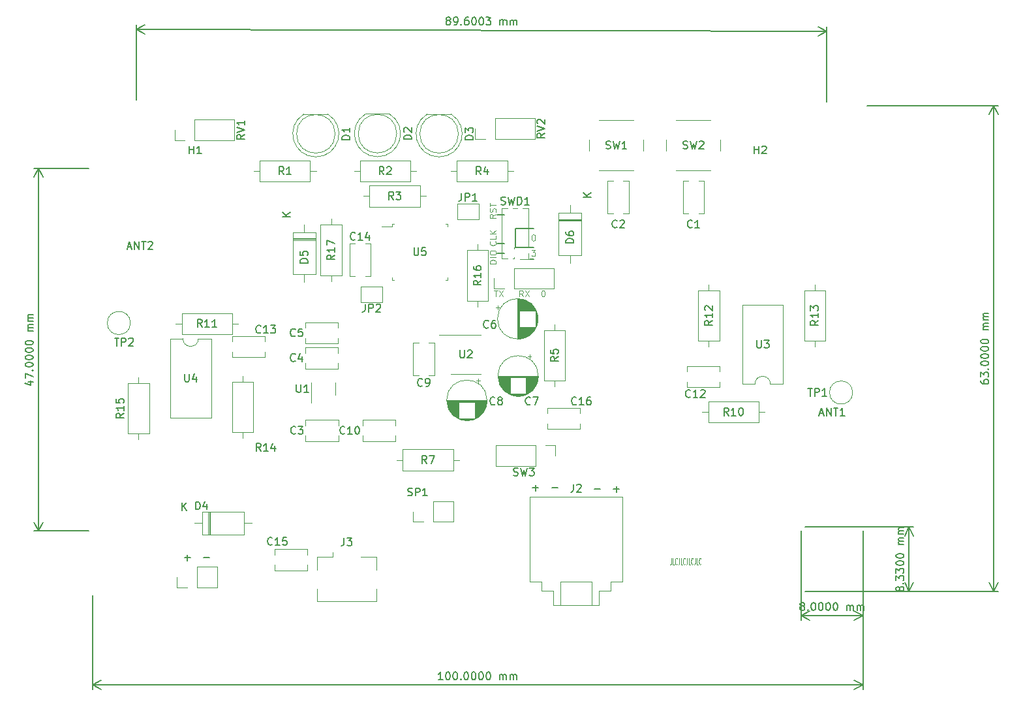
<source format=gbr>
%TF.GenerationSoftware,KiCad,Pcbnew,(6.0.11)*%
%TF.CreationDate,2023-06-06T17:09:23+01:00*%
%TF.ProjectId,Digital Theremin,44696769-7461-46c2-9054-686572656d69,rev?*%
%TF.SameCoordinates,Original*%
%TF.FileFunction,Legend,Top*%
%TF.FilePolarity,Positive*%
%FSLAX46Y46*%
G04 Gerber Fmt 4.6, Leading zero omitted, Abs format (unit mm)*
G04 Created by KiCad (PCBNEW (6.0.11)) date 2023-06-06 17:09:23*
%MOMM*%
%LPD*%
G01*
G04 APERTURE LIST*
%ADD10C,0.050000*%
%ADD11C,0.150000*%
%ADD12C,0.100000*%
%ADD13C,0.120000*%
G04 APERTURE END LIST*
D10*
X163152380Y-120534523D02*
X163152380Y-121141666D01*
X163133333Y-121263095D01*
X163095238Y-121344047D01*
X163038095Y-121384523D01*
X163000000Y-121384523D01*
X163533333Y-121384523D02*
X163342857Y-121384523D01*
X163342857Y-120534523D01*
X163895238Y-121303571D02*
X163876190Y-121344047D01*
X163819047Y-121384523D01*
X163780952Y-121384523D01*
X163723809Y-121344047D01*
X163685714Y-121263095D01*
X163666666Y-121182142D01*
X163647619Y-121020238D01*
X163647619Y-120898809D01*
X163666666Y-120736904D01*
X163685714Y-120655952D01*
X163723809Y-120575000D01*
X163780952Y-120534523D01*
X163819047Y-120534523D01*
X163876190Y-120575000D01*
X163895238Y-120615476D01*
X164180952Y-120534523D02*
X164180952Y-121141666D01*
X164161904Y-121263095D01*
X164123809Y-121344047D01*
X164066666Y-121384523D01*
X164028571Y-121384523D01*
X164561904Y-121384523D02*
X164371428Y-121384523D01*
X164371428Y-120534523D01*
X164923809Y-121303571D02*
X164904761Y-121344047D01*
X164847619Y-121384523D01*
X164809523Y-121384523D01*
X164752380Y-121344047D01*
X164714285Y-121263095D01*
X164695238Y-121182142D01*
X164676190Y-121020238D01*
X164676190Y-120898809D01*
X164695238Y-120736904D01*
X164714285Y-120655952D01*
X164752380Y-120575000D01*
X164809523Y-120534523D01*
X164847619Y-120534523D01*
X164904761Y-120575000D01*
X164923809Y-120615476D01*
X165209523Y-120534523D02*
X165209523Y-121141666D01*
X165190476Y-121263095D01*
X165152380Y-121344047D01*
X165095238Y-121384523D01*
X165057142Y-121384523D01*
X165590476Y-121384523D02*
X165400000Y-121384523D01*
X165400000Y-120534523D01*
X165952380Y-121303571D02*
X165933333Y-121344047D01*
X165876190Y-121384523D01*
X165838095Y-121384523D01*
X165780952Y-121344047D01*
X165742857Y-121263095D01*
X165723809Y-121182142D01*
X165704761Y-121020238D01*
X165704761Y-120898809D01*
X165723809Y-120736904D01*
X165742857Y-120655952D01*
X165780952Y-120575000D01*
X165838095Y-120534523D01*
X165876190Y-120534523D01*
X165933333Y-120575000D01*
X165952380Y-120615476D01*
X166238095Y-120534523D02*
X166238095Y-121141666D01*
X166219047Y-121263095D01*
X166180952Y-121344047D01*
X166123809Y-121384523D01*
X166085714Y-121384523D01*
X166619047Y-121384523D02*
X166428571Y-121384523D01*
X166428571Y-120534523D01*
X166980952Y-121303571D02*
X166961904Y-121344047D01*
X166904761Y-121384523D01*
X166866666Y-121384523D01*
X166809523Y-121344047D01*
X166771428Y-121263095D01*
X166752380Y-121182142D01*
X166733333Y-121020238D01*
X166733333Y-120898809D01*
X166752380Y-120736904D01*
X166771428Y-120655952D01*
X166809523Y-120575000D01*
X166866666Y-120534523D01*
X166904761Y-120534523D01*
X166961904Y-120575000D01*
X166980952Y-120615476D01*
D11*
X134099405Y-50810266D02*
X134004290Y-50762403D01*
X133956793Y-50714662D01*
X133909419Y-50619302D01*
X133909541Y-50571683D01*
X133957404Y-50476567D01*
X134005145Y-50429071D01*
X134100505Y-50381696D01*
X134290981Y-50382185D01*
X134386096Y-50430049D01*
X134433593Y-50477790D01*
X134480968Y-50573150D01*
X134480845Y-50620769D01*
X134432982Y-50715884D01*
X134385241Y-50763381D01*
X134289881Y-50810755D01*
X134099405Y-50810266D01*
X134004045Y-50857641D01*
X133956304Y-50905137D01*
X133908441Y-51000253D01*
X133907952Y-51190729D01*
X133955326Y-51286089D01*
X134002823Y-51333830D01*
X134097938Y-51381693D01*
X134288414Y-51382182D01*
X134383774Y-51334808D01*
X134431515Y-51287311D01*
X134479378Y-51192195D01*
X134479867Y-51001720D01*
X134432493Y-50906360D01*
X134384996Y-50858619D01*
X134289881Y-50810755D01*
X134955078Y-51383893D02*
X135145554Y-51384382D01*
X135240914Y-51337008D01*
X135288655Y-51289511D01*
X135384260Y-51146899D01*
X135432367Y-50956546D01*
X135433345Y-50575594D01*
X135385971Y-50480234D01*
X135338474Y-50432493D01*
X135243359Y-50384630D01*
X135052883Y-50384141D01*
X134957523Y-50431515D01*
X134909782Y-50479012D01*
X134861919Y-50574128D01*
X134861308Y-50812222D01*
X134908682Y-50907582D01*
X134956179Y-50955323D01*
X135051294Y-51003187D01*
X135241770Y-51003676D01*
X135337130Y-50956301D01*
X135384871Y-50908804D01*
X135432734Y-50813689D01*
X135860082Y-51290978D02*
X135907579Y-51338719D01*
X135859837Y-51386216D01*
X135812341Y-51338475D01*
X135860082Y-51290978D01*
X135859837Y-51386216D01*
X136767163Y-50388542D02*
X136576688Y-50388053D01*
X136481328Y-50435427D01*
X136433587Y-50482924D01*
X136337982Y-50625536D01*
X136289874Y-50815889D01*
X136288896Y-51196840D01*
X136336271Y-51292200D01*
X136383767Y-51339941D01*
X136478883Y-51387805D01*
X136669359Y-51388294D01*
X136764719Y-51340919D01*
X136812460Y-51293423D01*
X136860323Y-51198307D01*
X136860934Y-50960213D01*
X136813560Y-50864853D01*
X136766063Y-50817112D01*
X136670948Y-50769248D01*
X136480472Y-50768759D01*
X136385112Y-50816134D01*
X136337371Y-50863630D01*
X136289508Y-50958746D01*
X137481447Y-50390375D02*
X137576684Y-50390620D01*
X137671800Y-50438483D01*
X137719297Y-50486224D01*
X137766671Y-50581584D01*
X137813801Y-50772182D01*
X137813190Y-51010276D01*
X137765082Y-51200630D01*
X137717219Y-51295745D01*
X137669477Y-51343242D01*
X137574117Y-51390616D01*
X137478880Y-51390372D01*
X137383764Y-51342508D01*
X137336267Y-51294767D01*
X137288893Y-51199407D01*
X137241763Y-51008809D01*
X137242374Y-50770715D01*
X137290482Y-50580362D01*
X137338345Y-50485246D01*
X137386087Y-50437749D01*
X137481447Y-50390375D01*
X138433824Y-50392820D02*
X138529062Y-50393064D01*
X138624178Y-50440928D01*
X138671674Y-50488669D01*
X138719049Y-50584029D01*
X138766179Y-50774627D01*
X138765568Y-51012721D01*
X138717460Y-51203074D01*
X138669596Y-51298190D01*
X138621855Y-51345687D01*
X138526495Y-51393061D01*
X138431257Y-51392816D01*
X138336142Y-51344953D01*
X138288645Y-51297212D01*
X138241271Y-51201852D01*
X138194141Y-51011254D01*
X138194752Y-50773160D01*
X138242860Y-50582806D01*
X138290723Y-50487691D01*
X138338464Y-50440194D01*
X138433824Y-50392820D01*
X139100489Y-50394531D02*
X139719534Y-50396120D01*
X139385224Y-50776216D01*
X139528081Y-50776582D01*
X139623197Y-50824446D01*
X139670693Y-50872187D01*
X139718068Y-50967547D01*
X139717456Y-51205641D01*
X139669593Y-51300757D01*
X139621852Y-51348253D01*
X139526492Y-51395628D01*
X139240779Y-51394895D01*
X139145663Y-51347031D01*
X139098166Y-51299290D01*
X140907440Y-51399173D02*
X140909151Y-50732508D01*
X140908907Y-50827746D02*
X140956648Y-50780249D01*
X141052008Y-50732875D01*
X141194864Y-50733242D01*
X141289980Y-50781105D01*
X141337354Y-50876465D01*
X141336010Y-51400273D01*
X141337354Y-50876465D02*
X141385218Y-50781350D01*
X141480578Y-50733975D01*
X141623434Y-50734342D01*
X141718550Y-50782205D01*
X141765924Y-50877565D01*
X141764580Y-51401373D01*
X142240769Y-51402595D02*
X142242480Y-50735931D01*
X142242236Y-50831169D02*
X142289977Y-50783672D01*
X142385337Y-50736298D01*
X142528193Y-50736664D01*
X142623309Y-50784528D01*
X142670683Y-50879888D01*
X142669339Y-51403695D01*
X142670683Y-50879888D02*
X142718547Y-50784772D01*
X142813907Y-50737398D01*
X142956763Y-50737764D01*
X143051879Y-50785628D01*
X143099253Y-50880988D01*
X143097909Y-51404796D01*
X183301283Y-61330002D02*
X183326210Y-51619260D01*
X93701283Y-61100002D02*
X93726210Y-51389260D01*
X183324705Y-52205678D02*
X93724705Y-51975678D01*
X183324705Y-52205678D02*
X93724705Y-51975678D01*
X183324705Y-52205678D02*
X182199710Y-51616368D01*
X183324705Y-52205678D02*
X182196700Y-52789205D01*
X93724705Y-51975678D02*
X94849700Y-52564988D01*
X93724705Y-51975678D02*
X94852710Y-51392151D01*
X79635714Y-97642857D02*
X80302380Y-97642857D01*
X79254761Y-97880952D02*
X79969047Y-98119047D01*
X79969047Y-97500000D01*
X79302380Y-97214285D02*
X79302380Y-96547619D01*
X80302380Y-96976190D01*
X80207142Y-96166666D02*
X80254761Y-96119047D01*
X80302380Y-96166666D01*
X80254761Y-96214285D01*
X80207142Y-96166666D01*
X80302380Y-96166666D01*
X79302380Y-95500000D02*
X79302380Y-95404761D01*
X79350000Y-95309523D01*
X79397619Y-95261904D01*
X79492857Y-95214285D01*
X79683333Y-95166666D01*
X79921428Y-95166666D01*
X80111904Y-95214285D01*
X80207142Y-95261904D01*
X80254761Y-95309523D01*
X80302380Y-95404761D01*
X80302380Y-95500000D01*
X80254761Y-95595238D01*
X80207142Y-95642857D01*
X80111904Y-95690476D01*
X79921428Y-95738095D01*
X79683333Y-95738095D01*
X79492857Y-95690476D01*
X79397619Y-95642857D01*
X79350000Y-95595238D01*
X79302380Y-95500000D01*
X79302380Y-94547619D02*
X79302380Y-94452380D01*
X79350000Y-94357142D01*
X79397619Y-94309523D01*
X79492857Y-94261904D01*
X79683333Y-94214285D01*
X79921428Y-94214285D01*
X80111904Y-94261904D01*
X80207142Y-94309523D01*
X80254761Y-94357142D01*
X80302380Y-94452380D01*
X80302380Y-94547619D01*
X80254761Y-94642857D01*
X80207142Y-94690476D01*
X80111904Y-94738095D01*
X79921428Y-94785714D01*
X79683333Y-94785714D01*
X79492857Y-94738095D01*
X79397619Y-94690476D01*
X79350000Y-94642857D01*
X79302380Y-94547619D01*
X79302380Y-93595238D02*
X79302380Y-93500000D01*
X79350000Y-93404761D01*
X79397619Y-93357142D01*
X79492857Y-93309523D01*
X79683333Y-93261904D01*
X79921428Y-93261904D01*
X80111904Y-93309523D01*
X80207142Y-93357142D01*
X80254761Y-93404761D01*
X80302380Y-93500000D01*
X80302380Y-93595238D01*
X80254761Y-93690476D01*
X80207142Y-93738095D01*
X80111904Y-93785714D01*
X79921428Y-93833333D01*
X79683333Y-93833333D01*
X79492857Y-93785714D01*
X79397619Y-93738095D01*
X79350000Y-93690476D01*
X79302380Y-93595238D01*
X79302380Y-92642857D02*
X79302380Y-92547619D01*
X79350000Y-92452380D01*
X79397619Y-92404761D01*
X79492857Y-92357142D01*
X79683333Y-92309523D01*
X79921428Y-92309523D01*
X80111904Y-92357142D01*
X80207142Y-92404761D01*
X80254761Y-92452380D01*
X80302380Y-92547619D01*
X80302380Y-92642857D01*
X80254761Y-92738095D01*
X80207142Y-92785714D01*
X80111904Y-92833333D01*
X79921428Y-92880952D01*
X79683333Y-92880952D01*
X79492857Y-92833333D01*
X79397619Y-92785714D01*
X79350000Y-92738095D01*
X79302380Y-92642857D01*
X80302380Y-91119047D02*
X79635714Y-91119047D01*
X79730952Y-91119047D02*
X79683333Y-91071428D01*
X79635714Y-90976190D01*
X79635714Y-90833333D01*
X79683333Y-90738095D01*
X79778571Y-90690476D01*
X80302380Y-90690476D01*
X79778571Y-90690476D02*
X79683333Y-90642857D01*
X79635714Y-90547619D01*
X79635714Y-90404761D01*
X79683333Y-90309523D01*
X79778571Y-90261904D01*
X80302380Y-90261904D01*
X80302380Y-89785714D02*
X79635714Y-89785714D01*
X79730952Y-89785714D02*
X79683333Y-89738095D01*
X79635714Y-89642857D01*
X79635714Y-89500000D01*
X79683333Y-89404761D01*
X79778571Y-89357142D01*
X80302380Y-89357142D01*
X79778571Y-89357142D02*
X79683333Y-89309523D01*
X79635714Y-89214285D01*
X79635714Y-89071428D01*
X79683333Y-88976190D01*
X79778571Y-88928571D01*
X80302380Y-88928571D01*
X87500000Y-70000000D02*
X80413580Y-70000000D01*
X87500000Y-117000000D02*
X80413580Y-117000000D01*
X81000000Y-70000000D02*
X81000000Y-117000000D01*
X81000000Y-70000000D02*
X81000000Y-117000000D01*
X81000000Y-70000000D02*
X80413579Y-71126504D01*
X81000000Y-70000000D02*
X81586421Y-71126504D01*
X81000000Y-117000000D02*
X81586421Y-115873496D01*
X81000000Y-117000000D02*
X80413579Y-115873496D01*
X180047619Y-126730952D02*
X179952380Y-126683333D01*
X179904761Y-126635714D01*
X179857142Y-126540476D01*
X179857142Y-126492857D01*
X179904761Y-126397619D01*
X179952380Y-126350000D01*
X180047619Y-126302380D01*
X180238095Y-126302380D01*
X180333333Y-126350000D01*
X180380952Y-126397619D01*
X180428571Y-126492857D01*
X180428571Y-126540476D01*
X180380952Y-126635714D01*
X180333333Y-126683333D01*
X180238095Y-126730952D01*
X180047619Y-126730952D01*
X179952380Y-126778571D01*
X179904761Y-126826190D01*
X179857142Y-126921428D01*
X179857142Y-127111904D01*
X179904761Y-127207142D01*
X179952380Y-127254761D01*
X180047619Y-127302380D01*
X180238095Y-127302380D01*
X180333333Y-127254761D01*
X180380952Y-127207142D01*
X180428571Y-127111904D01*
X180428571Y-126921428D01*
X180380952Y-126826190D01*
X180333333Y-126778571D01*
X180238095Y-126730952D01*
X180857142Y-127207142D02*
X180904761Y-127254761D01*
X180857142Y-127302380D01*
X180809523Y-127254761D01*
X180857142Y-127207142D01*
X180857142Y-127302380D01*
X181523809Y-126302380D02*
X181619047Y-126302380D01*
X181714285Y-126350000D01*
X181761904Y-126397619D01*
X181809523Y-126492857D01*
X181857142Y-126683333D01*
X181857142Y-126921428D01*
X181809523Y-127111904D01*
X181761904Y-127207142D01*
X181714285Y-127254761D01*
X181619047Y-127302380D01*
X181523809Y-127302380D01*
X181428571Y-127254761D01*
X181380952Y-127207142D01*
X181333333Y-127111904D01*
X181285714Y-126921428D01*
X181285714Y-126683333D01*
X181333333Y-126492857D01*
X181380952Y-126397619D01*
X181428571Y-126350000D01*
X181523809Y-126302380D01*
X182476190Y-126302380D02*
X182571428Y-126302380D01*
X182666666Y-126350000D01*
X182714285Y-126397619D01*
X182761904Y-126492857D01*
X182809523Y-126683333D01*
X182809523Y-126921428D01*
X182761904Y-127111904D01*
X182714285Y-127207142D01*
X182666666Y-127254761D01*
X182571428Y-127302380D01*
X182476190Y-127302380D01*
X182380952Y-127254761D01*
X182333333Y-127207142D01*
X182285714Y-127111904D01*
X182238095Y-126921428D01*
X182238095Y-126683333D01*
X182285714Y-126492857D01*
X182333333Y-126397619D01*
X182380952Y-126350000D01*
X182476190Y-126302380D01*
X183428571Y-126302380D02*
X183523809Y-126302380D01*
X183619047Y-126350000D01*
X183666666Y-126397619D01*
X183714285Y-126492857D01*
X183761904Y-126683333D01*
X183761904Y-126921428D01*
X183714285Y-127111904D01*
X183666666Y-127207142D01*
X183619047Y-127254761D01*
X183523809Y-127302380D01*
X183428571Y-127302380D01*
X183333333Y-127254761D01*
X183285714Y-127207142D01*
X183238095Y-127111904D01*
X183190476Y-126921428D01*
X183190476Y-126683333D01*
X183238095Y-126492857D01*
X183285714Y-126397619D01*
X183333333Y-126350000D01*
X183428571Y-126302380D01*
X184380952Y-126302380D02*
X184476190Y-126302380D01*
X184571428Y-126350000D01*
X184619047Y-126397619D01*
X184666666Y-126492857D01*
X184714285Y-126683333D01*
X184714285Y-126921428D01*
X184666666Y-127111904D01*
X184619047Y-127207142D01*
X184571428Y-127254761D01*
X184476190Y-127302380D01*
X184380952Y-127302380D01*
X184285714Y-127254761D01*
X184238095Y-127207142D01*
X184190476Y-127111904D01*
X184142857Y-126921428D01*
X184142857Y-126683333D01*
X184190476Y-126492857D01*
X184238095Y-126397619D01*
X184285714Y-126350000D01*
X184380952Y-126302380D01*
X185904761Y-127302380D02*
X185904761Y-126635714D01*
X185904761Y-126730952D02*
X185952380Y-126683333D01*
X186047619Y-126635714D01*
X186190476Y-126635714D01*
X186285714Y-126683333D01*
X186333333Y-126778571D01*
X186333333Y-127302380D01*
X186333333Y-126778571D02*
X186380952Y-126683333D01*
X186476190Y-126635714D01*
X186619047Y-126635714D01*
X186714285Y-126683333D01*
X186761904Y-126778571D01*
X186761904Y-127302380D01*
X187238095Y-127302380D02*
X187238095Y-126635714D01*
X187238095Y-126730952D02*
X187285714Y-126683333D01*
X187380952Y-126635714D01*
X187523809Y-126635714D01*
X187619047Y-126683333D01*
X187666666Y-126778571D01*
X187666666Y-127302380D01*
X187666666Y-126778571D02*
X187714285Y-126683333D01*
X187809523Y-126635714D01*
X187952380Y-126635714D01*
X188047619Y-126683333D01*
X188095238Y-126778571D01*
X188095238Y-127302380D01*
X180000000Y-117000000D02*
X180000000Y-128586420D01*
X188000000Y-117000000D02*
X188000000Y-128586420D01*
X180000000Y-128000000D02*
X188000000Y-128000000D01*
X180000000Y-128000000D02*
X188000000Y-128000000D01*
X180000000Y-128000000D02*
X181126504Y-128586421D01*
X180000000Y-128000000D02*
X181126504Y-127413579D01*
X188000000Y-128000000D02*
X186873496Y-127413579D01*
X188000000Y-128000000D02*
X186873496Y-128586421D01*
X192730952Y-124617380D02*
X192683333Y-124712619D01*
X192635714Y-124760238D01*
X192540476Y-124807857D01*
X192492857Y-124807857D01*
X192397619Y-124760238D01*
X192350000Y-124712619D01*
X192302380Y-124617380D01*
X192302380Y-124426904D01*
X192350000Y-124331666D01*
X192397619Y-124284047D01*
X192492857Y-124236428D01*
X192540476Y-124236428D01*
X192635714Y-124284047D01*
X192683333Y-124331666D01*
X192730952Y-124426904D01*
X192730952Y-124617380D01*
X192778571Y-124712619D01*
X192826190Y-124760238D01*
X192921428Y-124807857D01*
X193111904Y-124807857D01*
X193207142Y-124760238D01*
X193254761Y-124712619D01*
X193302380Y-124617380D01*
X193302380Y-124426904D01*
X193254761Y-124331666D01*
X193207142Y-124284047D01*
X193111904Y-124236428D01*
X192921428Y-124236428D01*
X192826190Y-124284047D01*
X192778571Y-124331666D01*
X192730952Y-124426904D01*
X193207142Y-123807857D02*
X193254761Y-123760238D01*
X193302380Y-123807857D01*
X193254761Y-123855476D01*
X193207142Y-123807857D01*
X193302380Y-123807857D01*
X192302380Y-123426904D02*
X192302380Y-122807857D01*
X192683333Y-123141190D01*
X192683333Y-122998333D01*
X192730952Y-122903095D01*
X192778571Y-122855476D01*
X192873809Y-122807857D01*
X193111904Y-122807857D01*
X193207142Y-122855476D01*
X193254761Y-122903095D01*
X193302380Y-122998333D01*
X193302380Y-123284047D01*
X193254761Y-123379285D01*
X193207142Y-123426904D01*
X192302380Y-122474523D02*
X192302380Y-121855476D01*
X192683333Y-122188809D01*
X192683333Y-122045952D01*
X192730952Y-121950714D01*
X192778571Y-121903095D01*
X192873809Y-121855476D01*
X193111904Y-121855476D01*
X193207142Y-121903095D01*
X193254761Y-121950714D01*
X193302380Y-122045952D01*
X193302380Y-122331666D01*
X193254761Y-122426904D01*
X193207142Y-122474523D01*
X192302380Y-121236428D02*
X192302380Y-121141190D01*
X192350000Y-121045952D01*
X192397619Y-120998333D01*
X192492857Y-120950714D01*
X192683333Y-120903095D01*
X192921428Y-120903095D01*
X193111904Y-120950714D01*
X193207142Y-120998333D01*
X193254761Y-121045952D01*
X193302380Y-121141190D01*
X193302380Y-121236428D01*
X193254761Y-121331666D01*
X193207142Y-121379285D01*
X193111904Y-121426904D01*
X192921428Y-121474523D01*
X192683333Y-121474523D01*
X192492857Y-121426904D01*
X192397619Y-121379285D01*
X192350000Y-121331666D01*
X192302380Y-121236428D01*
X192302380Y-120284047D02*
X192302380Y-120188809D01*
X192350000Y-120093571D01*
X192397619Y-120045952D01*
X192492857Y-119998333D01*
X192683333Y-119950714D01*
X192921428Y-119950714D01*
X193111904Y-119998333D01*
X193207142Y-120045952D01*
X193254761Y-120093571D01*
X193302380Y-120188809D01*
X193302380Y-120284047D01*
X193254761Y-120379285D01*
X193207142Y-120426904D01*
X193111904Y-120474523D01*
X192921428Y-120522142D01*
X192683333Y-120522142D01*
X192492857Y-120474523D01*
X192397619Y-120426904D01*
X192350000Y-120379285D01*
X192302380Y-120284047D01*
X193302380Y-118760238D02*
X192635714Y-118760238D01*
X192730952Y-118760238D02*
X192683333Y-118712619D01*
X192635714Y-118617380D01*
X192635714Y-118474523D01*
X192683333Y-118379285D01*
X192778571Y-118331666D01*
X193302380Y-118331666D01*
X192778571Y-118331666D02*
X192683333Y-118284047D01*
X192635714Y-118188809D01*
X192635714Y-118045952D01*
X192683333Y-117950714D01*
X192778571Y-117903095D01*
X193302380Y-117903095D01*
X193302380Y-117426904D02*
X192635714Y-117426904D01*
X192730952Y-117426904D02*
X192683333Y-117379285D01*
X192635714Y-117284047D01*
X192635714Y-117141190D01*
X192683333Y-117045952D01*
X192778571Y-116998333D01*
X193302380Y-116998333D01*
X192778571Y-116998333D02*
X192683333Y-116950714D01*
X192635714Y-116855476D01*
X192635714Y-116712619D01*
X192683333Y-116617380D01*
X192778571Y-116569761D01*
X193302380Y-116569761D01*
X180500000Y-124830000D02*
X194586420Y-124830000D01*
X180500000Y-116500000D02*
X194586420Y-116500000D01*
X194000000Y-124830000D02*
X194000000Y-116500000D01*
X194000000Y-124830000D02*
X194000000Y-116500000D01*
X194000000Y-124830000D02*
X194586421Y-123703496D01*
X194000000Y-124830000D02*
X193413579Y-123703496D01*
X194000000Y-116500000D02*
X193413579Y-117626504D01*
X194000000Y-116500000D02*
X194586421Y-117626504D01*
X148380952Y-111428571D02*
X147619047Y-111428571D01*
X145880952Y-111428571D02*
X145119047Y-111428571D01*
X145500000Y-111047619D02*
X145500000Y-111809523D01*
X153119047Y-111571428D02*
X153880952Y-111571428D01*
X155619047Y-111571428D02*
X156380952Y-111571428D01*
X156000000Y-111952380D02*
X156000000Y-111190476D01*
X133476190Y-136302380D02*
X132904761Y-136302380D01*
X133190476Y-136302380D02*
X133190476Y-135302380D01*
X133095238Y-135445238D01*
X133000000Y-135540476D01*
X132904761Y-135588095D01*
X134095238Y-135302380D02*
X134190476Y-135302380D01*
X134285714Y-135350000D01*
X134333333Y-135397619D01*
X134380952Y-135492857D01*
X134428571Y-135683333D01*
X134428571Y-135921428D01*
X134380952Y-136111904D01*
X134333333Y-136207142D01*
X134285714Y-136254761D01*
X134190476Y-136302380D01*
X134095238Y-136302380D01*
X134000000Y-136254761D01*
X133952380Y-136207142D01*
X133904761Y-136111904D01*
X133857142Y-135921428D01*
X133857142Y-135683333D01*
X133904761Y-135492857D01*
X133952380Y-135397619D01*
X134000000Y-135350000D01*
X134095238Y-135302380D01*
X135047619Y-135302380D02*
X135142857Y-135302380D01*
X135238095Y-135350000D01*
X135285714Y-135397619D01*
X135333333Y-135492857D01*
X135380952Y-135683333D01*
X135380952Y-135921428D01*
X135333333Y-136111904D01*
X135285714Y-136207142D01*
X135238095Y-136254761D01*
X135142857Y-136302380D01*
X135047619Y-136302380D01*
X134952380Y-136254761D01*
X134904761Y-136207142D01*
X134857142Y-136111904D01*
X134809523Y-135921428D01*
X134809523Y-135683333D01*
X134857142Y-135492857D01*
X134904761Y-135397619D01*
X134952380Y-135350000D01*
X135047619Y-135302380D01*
X135809523Y-136207142D02*
X135857142Y-136254761D01*
X135809523Y-136302380D01*
X135761904Y-136254761D01*
X135809523Y-136207142D01*
X135809523Y-136302380D01*
X136476190Y-135302380D02*
X136571428Y-135302380D01*
X136666666Y-135350000D01*
X136714285Y-135397619D01*
X136761904Y-135492857D01*
X136809523Y-135683333D01*
X136809523Y-135921428D01*
X136761904Y-136111904D01*
X136714285Y-136207142D01*
X136666666Y-136254761D01*
X136571428Y-136302380D01*
X136476190Y-136302380D01*
X136380952Y-136254761D01*
X136333333Y-136207142D01*
X136285714Y-136111904D01*
X136238095Y-135921428D01*
X136238095Y-135683333D01*
X136285714Y-135492857D01*
X136333333Y-135397619D01*
X136380952Y-135350000D01*
X136476190Y-135302380D01*
X137428571Y-135302380D02*
X137523809Y-135302380D01*
X137619047Y-135350000D01*
X137666666Y-135397619D01*
X137714285Y-135492857D01*
X137761904Y-135683333D01*
X137761904Y-135921428D01*
X137714285Y-136111904D01*
X137666666Y-136207142D01*
X137619047Y-136254761D01*
X137523809Y-136302380D01*
X137428571Y-136302380D01*
X137333333Y-136254761D01*
X137285714Y-136207142D01*
X137238095Y-136111904D01*
X137190476Y-135921428D01*
X137190476Y-135683333D01*
X137238095Y-135492857D01*
X137285714Y-135397619D01*
X137333333Y-135350000D01*
X137428571Y-135302380D01*
X138380952Y-135302380D02*
X138476190Y-135302380D01*
X138571428Y-135350000D01*
X138619047Y-135397619D01*
X138666666Y-135492857D01*
X138714285Y-135683333D01*
X138714285Y-135921428D01*
X138666666Y-136111904D01*
X138619047Y-136207142D01*
X138571428Y-136254761D01*
X138476190Y-136302380D01*
X138380952Y-136302380D01*
X138285714Y-136254761D01*
X138238095Y-136207142D01*
X138190476Y-136111904D01*
X138142857Y-135921428D01*
X138142857Y-135683333D01*
X138190476Y-135492857D01*
X138238095Y-135397619D01*
X138285714Y-135350000D01*
X138380952Y-135302380D01*
X139333333Y-135302380D02*
X139428571Y-135302380D01*
X139523809Y-135350000D01*
X139571428Y-135397619D01*
X139619047Y-135492857D01*
X139666666Y-135683333D01*
X139666666Y-135921428D01*
X139619047Y-136111904D01*
X139571428Y-136207142D01*
X139523809Y-136254761D01*
X139428571Y-136302380D01*
X139333333Y-136302380D01*
X139238095Y-136254761D01*
X139190476Y-136207142D01*
X139142857Y-136111904D01*
X139095238Y-135921428D01*
X139095238Y-135683333D01*
X139142857Y-135492857D01*
X139190476Y-135397619D01*
X139238095Y-135350000D01*
X139333333Y-135302380D01*
X140857142Y-136302380D02*
X140857142Y-135635714D01*
X140857142Y-135730952D02*
X140904761Y-135683333D01*
X141000000Y-135635714D01*
X141142857Y-135635714D01*
X141238095Y-135683333D01*
X141285714Y-135778571D01*
X141285714Y-136302380D01*
X141285714Y-135778571D02*
X141333333Y-135683333D01*
X141428571Y-135635714D01*
X141571428Y-135635714D01*
X141666666Y-135683333D01*
X141714285Y-135778571D01*
X141714285Y-136302380D01*
X142190476Y-136302380D02*
X142190476Y-135635714D01*
X142190476Y-135730952D02*
X142238095Y-135683333D01*
X142333333Y-135635714D01*
X142476190Y-135635714D01*
X142571428Y-135683333D01*
X142619047Y-135778571D01*
X142619047Y-136302380D01*
X142619047Y-135778571D02*
X142666666Y-135683333D01*
X142761904Y-135635714D01*
X142904761Y-135635714D01*
X143000000Y-135683333D01*
X143047619Y-135778571D01*
X143047619Y-136302380D01*
X88000000Y-125330000D02*
X88000000Y-137586420D01*
X188000000Y-125330000D02*
X188000000Y-137586420D01*
X88000000Y-137000000D02*
X188000000Y-137000000D01*
X88000000Y-137000000D02*
X188000000Y-137000000D01*
X88000000Y-137000000D02*
X89126504Y-137586421D01*
X88000000Y-137000000D02*
X89126504Y-136413579D01*
X188000000Y-137000000D02*
X186873496Y-136413579D01*
X188000000Y-137000000D02*
X186873496Y-137586421D01*
X203302380Y-97472857D02*
X203302380Y-97663333D01*
X203350000Y-97758571D01*
X203397619Y-97806190D01*
X203540476Y-97901428D01*
X203730952Y-97949047D01*
X204111904Y-97949047D01*
X204207142Y-97901428D01*
X204254761Y-97853809D01*
X204302380Y-97758571D01*
X204302380Y-97568095D01*
X204254761Y-97472857D01*
X204207142Y-97425238D01*
X204111904Y-97377619D01*
X203873809Y-97377619D01*
X203778571Y-97425238D01*
X203730952Y-97472857D01*
X203683333Y-97568095D01*
X203683333Y-97758571D01*
X203730952Y-97853809D01*
X203778571Y-97901428D01*
X203873809Y-97949047D01*
X203302380Y-97044285D02*
X203302380Y-96425238D01*
X203683333Y-96758571D01*
X203683333Y-96615714D01*
X203730952Y-96520476D01*
X203778571Y-96472857D01*
X203873809Y-96425238D01*
X204111904Y-96425238D01*
X204207142Y-96472857D01*
X204254761Y-96520476D01*
X204302380Y-96615714D01*
X204302380Y-96901428D01*
X204254761Y-96996666D01*
X204207142Y-97044285D01*
X204207142Y-95996666D02*
X204254761Y-95949047D01*
X204302380Y-95996666D01*
X204254761Y-96044285D01*
X204207142Y-95996666D01*
X204302380Y-95996666D01*
X203302380Y-95330000D02*
X203302380Y-95234761D01*
X203350000Y-95139523D01*
X203397619Y-95091904D01*
X203492857Y-95044285D01*
X203683333Y-94996666D01*
X203921428Y-94996666D01*
X204111904Y-95044285D01*
X204207142Y-95091904D01*
X204254761Y-95139523D01*
X204302380Y-95234761D01*
X204302380Y-95330000D01*
X204254761Y-95425238D01*
X204207142Y-95472857D01*
X204111904Y-95520476D01*
X203921428Y-95568095D01*
X203683333Y-95568095D01*
X203492857Y-95520476D01*
X203397619Y-95472857D01*
X203350000Y-95425238D01*
X203302380Y-95330000D01*
X203302380Y-94377619D02*
X203302380Y-94282380D01*
X203350000Y-94187142D01*
X203397619Y-94139523D01*
X203492857Y-94091904D01*
X203683333Y-94044285D01*
X203921428Y-94044285D01*
X204111904Y-94091904D01*
X204207142Y-94139523D01*
X204254761Y-94187142D01*
X204302380Y-94282380D01*
X204302380Y-94377619D01*
X204254761Y-94472857D01*
X204207142Y-94520476D01*
X204111904Y-94568095D01*
X203921428Y-94615714D01*
X203683333Y-94615714D01*
X203492857Y-94568095D01*
X203397619Y-94520476D01*
X203350000Y-94472857D01*
X203302380Y-94377619D01*
X203302380Y-93425238D02*
X203302380Y-93330000D01*
X203350000Y-93234761D01*
X203397619Y-93187142D01*
X203492857Y-93139523D01*
X203683333Y-93091904D01*
X203921428Y-93091904D01*
X204111904Y-93139523D01*
X204207142Y-93187142D01*
X204254761Y-93234761D01*
X204302380Y-93330000D01*
X204302380Y-93425238D01*
X204254761Y-93520476D01*
X204207142Y-93568095D01*
X204111904Y-93615714D01*
X203921428Y-93663333D01*
X203683333Y-93663333D01*
X203492857Y-93615714D01*
X203397619Y-93568095D01*
X203350000Y-93520476D01*
X203302380Y-93425238D01*
X203302380Y-92472857D02*
X203302380Y-92377619D01*
X203350000Y-92282380D01*
X203397619Y-92234761D01*
X203492857Y-92187142D01*
X203683333Y-92139523D01*
X203921428Y-92139523D01*
X204111904Y-92187142D01*
X204207142Y-92234761D01*
X204254761Y-92282380D01*
X204302380Y-92377619D01*
X204302380Y-92472857D01*
X204254761Y-92568095D01*
X204207142Y-92615714D01*
X204111904Y-92663333D01*
X203921428Y-92710952D01*
X203683333Y-92710952D01*
X203492857Y-92663333D01*
X203397619Y-92615714D01*
X203350000Y-92568095D01*
X203302380Y-92472857D01*
X204302380Y-90949047D02*
X203635714Y-90949047D01*
X203730952Y-90949047D02*
X203683333Y-90901428D01*
X203635714Y-90806190D01*
X203635714Y-90663333D01*
X203683333Y-90568095D01*
X203778571Y-90520476D01*
X204302380Y-90520476D01*
X203778571Y-90520476D02*
X203683333Y-90472857D01*
X203635714Y-90377619D01*
X203635714Y-90234761D01*
X203683333Y-90139523D01*
X203778571Y-90091904D01*
X204302380Y-90091904D01*
X204302380Y-89615714D02*
X203635714Y-89615714D01*
X203730952Y-89615714D02*
X203683333Y-89568095D01*
X203635714Y-89472857D01*
X203635714Y-89330000D01*
X203683333Y-89234761D01*
X203778571Y-89187142D01*
X204302380Y-89187142D01*
X203778571Y-89187142D02*
X203683333Y-89139523D01*
X203635714Y-89044285D01*
X203635714Y-88901428D01*
X203683333Y-88806190D01*
X203778571Y-88758571D01*
X204302380Y-88758571D01*
X188500000Y-61830000D02*
X205586420Y-61830000D01*
X188500000Y-124830000D02*
X205586420Y-124830000D01*
X205000000Y-61830000D02*
X205000000Y-124830000D01*
X205000000Y-61830000D02*
X205000000Y-124830000D01*
X205000000Y-61830000D02*
X204413579Y-62956504D01*
X205000000Y-61830000D02*
X205586421Y-62956504D01*
X205000000Y-124830000D02*
X205586421Y-123703496D01*
X205000000Y-124830000D02*
X204413579Y-123703496D01*
X141500000Y-79750000D02*
X140500000Y-79750000D01*
X145250000Y-81750000D02*
X144750000Y-81750000D01*
X142875000Y-77750000D02*
X142865000Y-80280000D01*
X145250000Y-77750000D02*
X142875000Y-77750000D01*
X141500000Y-76000000D02*
X140500000Y-76000000D01*
X141500000Y-81000000D02*
X140500000Y-81000000D01*
X142936529Y-80280000D02*
X145250000Y-80280000D01*
X99969047Y-120471428D02*
X100730952Y-120471428D01*
X100350000Y-120852380D02*
X100350000Y-120090476D01*
D12*
X145211904Y-78561904D02*
X145288095Y-78561904D01*
X145364285Y-78600000D01*
X145402380Y-78638095D01*
X145440476Y-78714285D01*
X145478571Y-78866666D01*
X145478571Y-79057142D01*
X145440476Y-79209523D01*
X145402380Y-79285714D01*
X145364285Y-79323809D01*
X145288095Y-79361904D01*
X145211904Y-79361904D01*
X145135714Y-79323809D01*
X145097619Y-79285714D01*
X145059523Y-79209523D01*
X145021428Y-79057142D01*
X145021428Y-78866666D01*
X145059523Y-78714285D01*
X145097619Y-78638095D01*
X145135714Y-78600000D01*
X145211904Y-78561904D01*
X146461904Y-85811904D02*
X146538095Y-85811904D01*
X146614285Y-85850000D01*
X146652380Y-85888095D01*
X146690476Y-85964285D01*
X146728571Y-86116666D01*
X146728571Y-86307142D01*
X146690476Y-86459523D01*
X146652380Y-86535714D01*
X146614285Y-86573809D01*
X146538095Y-86611904D01*
X146461904Y-86611904D01*
X146385714Y-86573809D01*
X146347619Y-86535714D01*
X146309523Y-86459523D01*
X146271428Y-86307142D01*
X146271428Y-86116666D01*
X146309523Y-85964285D01*
X146347619Y-85888095D01*
X146385714Y-85850000D01*
X146461904Y-85811904D01*
X140361904Y-82319047D02*
X139561904Y-82319047D01*
X139561904Y-82128571D01*
X139600000Y-82014285D01*
X139676190Y-81938095D01*
X139752380Y-81900000D01*
X139904761Y-81861904D01*
X140019047Y-81861904D01*
X140171428Y-81900000D01*
X140247619Y-81938095D01*
X140323809Y-82014285D01*
X140361904Y-82128571D01*
X140361904Y-82319047D01*
X140361904Y-81519047D02*
X139561904Y-81519047D01*
X139561904Y-80985714D02*
X139561904Y-80833333D01*
X139600000Y-80757142D01*
X139676190Y-80680952D01*
X139828571Y-80642857D01*
X140095238Y-80642857D01*
X140247619Y-80680952D01*
X140323809Y-80757142D01*
X140361904Y-80833333D01*
X140361904Y-80985714D01*
X140323809Y-81061904D01*
X140247619Y-81138095D01*
X140095238Y-81176190D01*
X139828571Y-81176190D01*
X139676190Y-81138095D01*
X139600000Y-81061904D01*
X139561904Y-80985714D01*
X143896666Y-86611904D02*
X143630000Y-86230952D01*
X143439523Y-86611904D02*
X143439523Y-85811904D01*
X143744285Y-85811904D01*
X143820476Y-85850000D01*
X143858571Y-85888095D01*
X143896666Y-85964285D01*
X143896666Y-86078571D01*
X143858571Y-86154761D01*
X143820476Y-86192857D01*
X143744285Y-86230952D01*
X143439523Y-86230952D01*
X144163333Y-85811904D02*
X144696666Y-86611904D01*
X144696666Y-85811904D02*
X144163333Y-86611904D01*
X140285714Y-79476190D02*
X140323809Y-79514285D01*
X140361904Y-79628571D01*
X140361904Y-79704761D01*
X140323809Y-79819047D01*
X140247619Y-79895238D01*
X140171428Y-79933333D01*
X140019047Y-79971428D01*
X139904761Y-79971428D01*
X139752380Y-79933333D01*
X139676190Y-79895238D01*
X139600000Y-79819047D01*
X139561904Y-79704761D01*
X139561904Y-79628571D01*
X139600000Y-79514285D01*
X139638095Y-79476190D01*
X140361904Y-78752380D02*
X140361904Y-79133333D01*
X139561904Y-79133333D01*
X140361904Y-78485714D02*
X139561904Y-78485714D01*
X140361904Y-78028571D02*
X139904761Y-78371428D01*
X139561904Y-78028571D02*
X140019047Y-78485714D01*
X144983333Y-80561904D02*
X145478571Y-80561904D01*
X145211904Y-80866666D01*
X145326190Y-80866666D01*
X145402380Y-80904761D01*
X145440476Y-80942857D01*
X145478571Y-81019047D01*
X145478571Y-81209523D01*
X145440476Y-81285714D01*
X145402380Y-81323809D01*
X145326190Y-81361904D01*
X145097619Y-81361904D01*
X145021428Y-81323809D01*
X144983333Y-81285714D01*
X140140476Y-85811904D02*
X140597619Y-85811904D01*
X140369047Y-86611904D02*
X140369047Y-85811904D01*
X140788095Y-85811904D02*
X141321428Y-86611904D01*
X141321428Y-85811904D02*
X140788095Y-86611904D01*
X140361904Y-75938095D02*
X139980952Y-76204761D01*
X140361904Y-76395238D02*
X139561904Y-76395238D01*
X139561904Y-76090476D01*
X139600000Y-76014285D01*
X139638095Y-75976190D01*
X139714285Y-75938095D01*
X139828571Y-75938095D01*
X139904761Y-75976190D01*
X139942857Y-76014285D01*
X139980952Y-76090476D01*
X139980952Y-76395238D01*
X140323809Y-75633333D02*
X140361904Y-75519047D01*
X140361904Y-75328571D01*
X140323809Y-75252380D01*
X140285714Y-75214285D01*
X140209523Y-75176190D01*
X140133333Y-75176190D01*
X140057142Y-75214285D01*
X140019047Y-75252380D01*
X139980952Y-75328571D01*
X139942857Y-75480952D01*
X139904761Y-75557142D01*
X139866666Y-75595238D01*
X139790476Y-75633333D01*
X139714285Y-75633333D01*
X139638095Y-75595238D01*
X139600000Y-75557142D01*
X139561904Y-75480952D01*
X139561904Y-75290476D01*
X139600000Y-75176190D01*
X139561904Y-74947619D02*
X139561904Y-74490476D01*
X140361904Y-74719047D02*
X139561904Y-74719047D01*
D11*
X102469047Y-120471428D02*
X103230952Y-120471428D01*
%TO.C,J3*%
X120666666Y-117902380D02*
X120666666Y-118616666D01*
X120619047Y-118759523D01*
X120523809Y-118854761D01*
X120380952Y-118902380D01*
X120285714Y-118902380D01*
X121047619Y-117902380D02*
X121666666Y-117902380D01*
X121333333Y-118283333D01*
X121476190Y-118283333D01*
X121571428Y-118330952D01*
X121619047Y-118378571D01*
X121666666Y-118473809D01*
X121666666Y-118711904D01*
X121619047Y-118807142D01*
X121571428Y-118854761D01*
X121476190Y-118902380D01*
X121190476Y-118902380D01*
X121095238Y-118854761D01*
X121047619Y-118807142D01*
%TO.C,H2*%
X173888095Y-68082380D02*
X173888095Y-67082380D01*
X173888095Y-67558571D02*
X174459523Y-67558571D01*
X174459523Y-68082380D02*
X174459523Y-67082380D01*
X174888095Y-67177619D02*
X174935714Y-67130000D01*
X175030952Y-67082380D01*
X175269047Y-67082380D01*
X175364285Y-67130000D01*
X175411904Y-67177619D01*
X175459523Y-67272857D01*
X175459523Y-67368095D01*
X175411904Y-67510952D01*
X174840476Y-68082380D01*
X175459523Y-68082380D01*
%TO.C,H1*%
X100588095Y-68082380D02*
X100588095Y-67082380D01*
X100588095Y-67558571D02*
X101159523Y-67558571D01*
X101159523Y-68082380D02*
X101159523Y-67082380D01*
X102159523Y-68082380D02*
X101588095Y-68082380D01*
X101873809Y-68082380D02*
X101873809Y-67082380D01*
X101778571Y-67225238D01*
X101683333Y-67320476D01*
X101588095Y-67368095D01*
%TO.C,TP2*%
X90878095Y-91995380D02*
X91449523Y-91995380D01*
X91163809Y-92995380D02*
X91163809Y-91995380D01*
X91782857Y-92995380D02*
X91782857Y-91995380D01*
X92163809Y-91995380D01*
X92259047Y-92043000D01*
X92306666Y-92090619D01*
X92354285Y-92185857D01*
X92354285Y-92328714D01*
X92306666Y-92423952D01*
X92259047Y-92471571D01*
X92163809Y-92519190D01*
X91782857Y-92519190D01*
X92735238Y-92090619D02*
X92782857Y-92043000D01*
X92878095Y-91995380D01*
X93116190Y-91995380D01*
X93211428Y-92043000D01*
X93259047Y-92090619D01*
X93306666Y-92185857D01*
X93306666Y-92281095D01*
X93259047Y-92423952D01*
X92687619Y-92995380D01*
X93306666Y-92995380D01*
%TO.C,TP1*%
X180856095Y-98512380D02*
X181427523Y-98512380D01*
X181141809Y-99512380D02*
X181141809Y-98512380D01*
X181760857Y-99512380D02*
X181760857Y-98512380D01*
X182141809Y-98512380D01*
X182237047Y-98560000D01*
X182284666Y-98607619D01*
X182332285Y-98702857D01*
X182332285Y-98845714D01*
X182284666Y-98940952D01*
X182237047Y-98988571D01*
X182141809Y-99036190D01*
X181760857Y-99036190D01*
X183284666Y-99512380D02*
X182713238Y-99512380D01*
X182998952Y-99512380D02*
X182998952Y-98512380D01*
X182903714Y-98655238D01*
X182808476Y-98750476D01*
X182713238Y-98798095D01*
%TO.C,R16*%
X138452380Y-84522857D02*
X137976190Y-84856190D01*
X138452380Y-85094285D02*
X137452380Y-85094285D01*
X137452380Y-84713333D01*
X137500000Y-84618095D01*
X137547619Y-84570476D01*
X137642857Y-84522857D01*
X137785714Y-84522857D01*
X137880952Y-84570476D01*
X137928571Y-84618095D01*
X137976190Y-84713333D01*
X137976190Y-85094285D01*
X138452380Y-83570476D02*
X138452380Y-84141904D01*
X138452380Y-83856190D02*
X137452380Y-83856190D01*
X137595238Y-83951428D01*
X137690476Y-84046666D01*
X137738095Y-84141904D01*
X137452380Y-82713333D02*
X137452380Y-82903809D01*
X137500000Y-82999047D01*
X137547619Y-83046666D01*
X137690476Y-83141904D01*
X137880952Y-83189523D01*
X138261904Y-83189523D01*
X138357142Y-83141904D01*
X138404761Y-83094285D01*
X138452380Y-82999047D01*
X138452380Y-82808571D01*
X138404761Y-82713333D01*
X138357142Y-82665714D01*
X138261904Y-82618095D01*
X138023809Y-82618095D01*
X137928571Y-82665714D01*
X137880952Y-82713333D01*
X137833333Y-82808571D01*
X137833333Y-82999047D01*
X137880952Y-83094285D01*
X137928571Y-83141904D01*
X138023809Y-83189523D01*
%TO.C,R12*%
X168452380Y-89722857D02*
X167976190Y-90056190D01*
X168452380Y-90294285D02*
X167452380Y-90294285D01*
X167452380Y-89913333D01*
X167500000Y-89818095D01*
X167547619Y-89770476D01*
X167642857Y-89722857D01*
X167785714Y-89722857D01*
X167880952Y-89770476D01*
X167928571Y-89818095D01*
X167976190Y-89913333D01*
X167976190Y-90294285D01*
X168452380Y-88770476D02*
X168452380Y-89341904D01*
X168452380Y-89056190D02*
X167452380Y-89056190D01*
X167595238Y-89151428D01*
X167690476Y-89246666D01*
X167738095Y-89341904D01*
X167547619Y-88389523D02*
X167500000Y-88341904D01*
X167452380Y-88246666D01*
X167452380Y-88008571D01*
X167500000Y-87913333D01*
X167547619Y-87865714D01*
X167642857Y-87818095D01*
X167738095Y-87818095D01*
X167880952Y-87865714D01*
X168452380Y-88437142D01*
X168452380Y-87818095D01*
%TO.C,ANT1*%
X182380952Y-101766666D02*
X182857142Y-101766666D01*
X182285714Y-102052380D02*
X182619047Y-101052380D01*
X182952380Y-102052380D01*
X183285714Y-102052380D02*
X183285714Y-101052380D01*
X183857142Y-102052380D01*
X183857142Y-101052380D01*
X184190476Y-101052380D02*
X184761904Y-101052380D01*
X184476190Y-102052380D02*
X184476190Y-101052380D01*
X185619047Y-102052380D02*
X185047619Y-102052380D01*
X185333333Y-102052380D02*
X185333333Y-101052380D01*
X185238095Y-101195238D01*
X185142857Y-101290476D01*
X185047619Y-101338095D01*
%TO.C,D1*%
X121412380Y-66248095D02*
X120412380Y-66248095D01*
X120412380Y-66010000D01*
X120460000Y-65867142D01*
X120555238Y-65771904D01*
X120650476Y-65724285D01*
X120840952Y-65676666D01*
X120983809Y-65676666D01*
X121174285Y-65724285D01*
X121269523Y-65771904D01*
X121364761Y-65867142D01*
X121412380Y-66010000D01*
X121412380Y-66248095D01*
X121412380Y-64724285D02*
X121412380Y-65295714D01*
X121412380Y-65010000D02*
X120412380Y-65010000D01*
X120555238Y-65105238D01*
X120650476Y-65200476D01*
X120698095Y-65295714D01*
%TO.C,C16*%
X150807142Y-100557142D02*
X150759523Y-100604761D01*
X150616666Y-100652380D01*
X150521428Y-100652380D01*
X150378571Y-100604761D01*
X150283333Y-100509523D01*
X150235714Y-100414285D01*
X150188095Y-100223809D01*
X150188095Y-100080952D01*
X150235714Y-99890476D01*
X150283333Y-99795238D01*
X150378571Y-99700000D01*
X150521428Y-99652380D01*
X150616666Y-99652380D01*
X150759523Y-99700000D01*
X150807142Y-99747619D01*
X151759523Y-100652380D02*
X151188095Y-100652380D01*
X151473809Y-100652380D02*
X151473809Y-99652380D01*
X151378571Y-99795238D01*
X151283333Y-99890476D01*
X151188095Y-99938095D01*
X152616666Y-99652380D02*
X152426190Y-99652380D01*
X152330952Y-99700000D01*
X152283333Y-99747619D01*
X152188095Y-99890476D01*
X152140476Y-100080952D01*
X152140476Y-100461904D01*
X152188095Y-100557142D01*
X152235714Y-100604761D01*
X152330952Y-100652380D01*
X152521428Y-100652380D01*
X152616666Y-100604761D01*
X152664285Y-100557142D01*
X152711904Y-100461904D01*
X152711904Y-100223809D01*
X152664285Y-100128571D01*
X152616666Y-100080952D01*
X152521428Y-100033333D01*
X152330952Y-100033333D01*
X152235714Y-100080952D01*
X152188095Y-100128571D01*
X152140476Y-100223809D01*
%TO.C,U4*%
X99988095Y-96652380D02*
X99988095Y-97461904D01*
X100035714Y-97557142D01*
X100083333Y-97604761D01*
X100178571Y-97652380D01*
X100369047Y-97652380D01*
X100464285Y-97604761D01*
X100511904Y-97557142D01*
X100559523Y-97461904D01*
X100559523Y-96652380D01*
X101464285Y-96985714D02*
X101464285Y-97652380D01*
X101226190Y-96604761D02*
X100988095Y-97319047D01*
X101607142Y-97319047D01*
%TO.C,SP1*%
X128938095Y-112404761D02*
X129080952Y-112452380D01*
X129319047Y-112452380D01*
X129414285Y-112404761D01*
X129461904Y-112357142D01*
X129509523Y-112261904D01*
X129509523Y-112166666D01*
X129461904Y-112071428D01*
X129414285Y-112023809D01*
X129319047Y-111976190D01*
X129128571Y-111928571D01*
X129033333Y-111880952D01*
X128985714Y-111833333D01*
X128938095Y-111738095D01*
X128938095Y-111642857D01*
X128985714Y-111547619D01*
X129033333Y-111500000D01*
X129128571Y-111452380D01*
X129366666Y-111452380D01*
X129509523Y-111500000D01*
X129938095Y-112452380D02*
X129938095Y-111452380D01*
X130319047Y-111452380D01*
X130414285Y-111500000D01*
X130461904Y-111547619D01*
X130509523Y-111642857D01*
X130509523Y-111785714D01*
X130461904Y-111880952D01*
X130414285Y-111928571D01*
X130319047Y-111976190D01*
X129938095Y-111976190D01*
X131461904Y-112452380D02*
X130890476Y-112452380D01*
X131176190Y-112452380D02*
X131176190Y-111452380D01*
X131080952Y-111595238D01*
X130985714Y-111690476D01*
X130890476Y-111738095D01*
%TO.C,D5*%
X115952380Y-82238095D02*
X114952380Y-82238095D01*
X114952380Y-82000000D01*
X115000000Y-81857142D01*
X115095238Y-81761904D01*
X115190476Y-81714285D01*
X115380952Y-81666666D01*
X115523809Y-81666666D01*
X115714285Y-81714285D01*
X115809523Y-81761904D01*
X115904761Y-81857142D01*
X115952380Y-82000000D01*
X115952380Y-82238095D01*
X114952380Y-80761904D02*
X114952380Y-81238095D01*
X115428571Y-81285714D01*
X115380952Y-81238095D01*
X115333333Y-81142857D01*
X115333333Y-80904761D01*
X115380952Y-80809523D01*
X115428571Y-80761904D01*
X115523809Y-80714285D01*
X115761904Y-80714285D01*
X115857142Y-80761904D01*
X115904761Y-80809523D01*
X115952380Y-80904761D01*
X115952380Y-81142857D01*
X115904761Y-81238095D01*
X115857142Y-81285714D01*
X113702380Y-76261904D02*
X112702380Y-76261904D01*
X113702380Y-75690476D02*
X113130952Y-76119047D01*
X112702380Y-75690476D02*
X113273809Y-76261904D01*
%TO.C,C4*%
X114333333Y-94937142D02*
X114285714Y-94984761D01*
X114142857Y-95032380D01*
X114047619Y-95032380D01*
X113904761Y-94984761D01*
X113809523Y-94889523D01*
X113761904Y-94794285D01*
X113714285Y-94603809D01*
X113714285Y-94460952D01*
X113761904Y-94270476D01*
X113809523Y-94175238D01*
X113904761Y-94080000D01*
X114047619Y-94032380D01*
X114142857Y-94032380D01*
X114285714Y-94080000D01*
X114333333Y-94127619D01*
X115190476Y-94365714D02*
X115190476Y-95032380D01*
X114952380Y-93984761D02*
X114714285Y-94699047D01*
X115333333Y-94699047D01*
%TO.C,C6*%
X139397549Y-90607142D02*
X139349930Y-90654761D01*
X139207073Y-90702380D01*
X139111835Y-90702380D01*
X138968977Y-90654761D01*
X138873739Y-90559523D01*
X138826120Y-90464285D01*
X138778501Y-90273809D01*
X138778501Y-90130952D01*
X138826120Y-89940476D01*
X138873739Y-89845238D01*
X138968977Y-89750000D01*
X139111835Y-89702380D01*
X139207073Y-89702380D01*
X139349930Y-89750000D01*
X139397549Y-89797619D01*
X140254692Y-89702380D02*
X140064216Y-89702380D01*
X139968977Y-89750000D01*
X139921358Y-89797619D01*
X139826120Y-89940476D01*
X139778501Y-90130952D01*
X139778501Y-90511904D01*
X139826120Y-90607142D01*
X139873739Y-90654761D01*
X139968977Y-90702380D01*
X140159454Y-90702380D01*
X140254692Y-90654761D01*
X140302311Y-90607142D01*
X140349930Y-90511904D01*
X140349930Y-90273809D01*
X140302311Y-90178571D01*
X140254692Y-90130952D01*
X140159454Y-90083333D01*
X139968977Y-90083333D01*
X139873739Y-90130952D01*
X139826120Y-90178571D01*
X139778501Y-90273809D01*
%TO.C,R3*%
X127083333Y-74032380D02*
X126750000Y-73556190D01*
X126511904Y-74032380D02*
X126511904Y-73032380D01*
X126892857Y-73032380D01*
X126988095Y-73080000D01*
X127035714Y-73127619D01*
X127083333Y-73222857D01*
X127083333Y-73365714D01*
X127035714Y-73460952D01*
X126988095Y-73508571D01*
X126892857Y-73556190D01*
X126511904Y-73556190D01*
X127416666Y-73032380D02*
X128035714Y-73032380D01*
X127702380Y-73413333D01*
X127845238Y-73413333D01*
X127940476Y-73460952D01*
X127988095Y-73508571D01*
X128035714Y-73603809D01*
X128035714Y-73841904D01*
X127988095Y-73937142D01*
X127940476Y-73984761D01*
X127845238Y-74032380D01*
X127559523Y-74032380D01*
X127464285Y-73984761D01*
X127416666Y-73937142D01*
%TO.C,U5*%
X129738095Y-80282380D02*
X129738095Y-81091904D01*
X129785714Y-81187142D01*
X129833333Y-81234761D01*
X129928571Y-81282380D01*
X130119047Y-81282380D01*
X130214285Y-81234761D01*
X130261904Y-81187142D01*
X130309523Y-81091904D01*
X130309523Y-80282380D01*
X131261904Y-80282380D02*
X130785714Y-80282380D01*
X130738095Y-80758571D01*
X130785714Y-80710952D01*
X130880952Y-80663333D01*
X131119047Y-80663333D01*
X131214285Y-80710952D01*
X131261904Y-80758571D01*
X131309523Y-80853809D01*
X131309523Y-81091904D01*
X131261904Y-81187142D01*
X131214285Y-81234761D01*
X131119047Y-81282380D01*
X130880952Y-81282380D01*
X130785714Y-81234761D01*
X130738095Y-81187142D01*
%TO.C,ANT2*%
X92580952Y-80166666D02*
X93057142Y-80166666D01*
X92485714Y-80452380D02*
X92819047Y-79452380D01*
X93152380Y-80452380D01*
X93485714Y-80452380D02*
X93485714Y-79452380D01*
X94057142Y-80452380D01*
X94057142Y-79452380D01*
X94390476Y-79452380D02*
X94961904Y-79452380D01*
X94676190Y-80452380D02*
X94676190Y-79452380D01*
X95247619Y-79547619D02*
X95295238Y-79500000D01*
X95390476Y-79452380D01*
X95628571Y-79452380D01*
X95723809Y-79500000D01*
X95771428Y-79547619D01*
X95819047Y-79642857D01*
X95819047Y-79738095D01*
X95771428Y-79880952D01*
X95200000Y-80452380D01*
X95819047Y-80452380D01*
%TO.C,C9*%
X130833333Y-98157142D02*
X130785714Y-98204761D01*
X130642857Y-98252380D01*
X130547619Y-98252380D01*
X130404761Y-98204761D01*
X130309523Y-98109523D01*
X130261904Y-98014285D01*
X130214285Y-97823809D01*
X130214285Y-97680952D01*
X130261904Y-97490476D01*
X130309523Y-97395238D01*
X130404761Y-97300000D01*
X130547619Y-97252380D01*
X130642857Y-97252380D01*
X130785714Y-97300000D01*
X130833333Y-97347619D01*
X131309523Y-98252380D02*
X131500000Y-98252380D01*
X131595238Y-98204761D01*
X131642857Y-98157142D01*
X131738095Y-98014285D01*
X131785714Y-97823809D01*
X131785714Y-97442857D01*
X131738095Y-97347619D01*
X131690476Y-97300000D01*
X131595238Y-97252380D01*
X131404761Y-97252380D01*
X131309523Y-97300000D01*
X131261904Y-97347619D01*
X131214285Y-97442857D01*
X131214285Y-97680952D01*
X131261904Y-97776190D01*
X131309523Y-97823809D01*
X131404761Y-97871428D01*
X131595238Y-97871428D01*
X131690476Y-97823809D01*
X131738095Y-97776190D01*
X131785714Y-97680952D01*
%TO.C,R10*%
X170557142Y-102052380D02*
X170223809Y-101576190D01*
X169985714Y-102052380D02*
X169985714Y-101052380D01*
X170366666Y-101052380D01*
X170461904Y-101100000D01*
X170509523Y-101147619D01*
X170557142Y-101242857D01*
X170557142Y-101385714D01*
X170509523Y-101480952D01*
X170461904Y-101528571D01*
X170366666Y-101576190D01*
X169985714Y-101576190D01*
X171509523Y-102052380D02*
X170938095Y-102052380D01*
X171223809Y-102052380D02*
X171223809Y-101052380D01*
X171128571Y-101195238D01*
X171033333Y-101290476D01*
X170938095Y-101338095D01*
X172128571Y-101052380D02*
X172223809Y-101052380D01*
X172319047Y-101100000D01*
X172366666Y-101147619D01*
X172414285Y-101242857D01*
X172461904Y-101433333D01*
X172461904Y-101671428D01*
X172414285Y-101861904D01*
X172366666Y-101957142D01*
X172319047Y-102004761D01*
X172223809Y-102052380D01*
X172128571Y-102052380D01*
X172033333Y-102004761D01*
X171985714Y-101957142D01*
X171938095Y-101861904D01*
X171890476Y-101671428D01*
X171890476Y-101433333D01*
X171938095Y-101242857D01*
X171985714Y-101147619D01*
X172033333Y-101100000D01*
X172128571Y-101052380D01*
%TO.C,C5*%
X114333333Y-91687142D02*
X114285714Y-91734761D01*
X114142857Y-91782380D01*
X114047619Y-91782380D01*
X113904761Y-91734761D01*
X113809523Y-91639523D01*
X113761904Y-91544285D01*
X113714285Y-91353809D01*
X113714285Y-91210952D01*
X113761904Y-91020476D01*
X113809523Y-90925238D01*
X113904761Y-90830000D01*
X114047619Y-90782380D01*
X114142857Y-90782380D01*
X114285714Y-90830000D01*
X114333333Y-90877619D01*
X115238095Y-90782380D02*
X114761904Y-90782380D01*
X114714285Y-91258571D01*
X114761904Y-91210952D01*
X114857142Y-91163333D01*
X115095238Y-91163333D01*
X115190476Y-91210952D01*
X115238095Y-91258571D01*
X115285714Y-91353809D01*
X115285714Y-91591904D01*
X115238095Y-91687142D01*
X115190476Y-91734761D01*
X115095238Y-91782380D01*
X114857142Y-91782380D01*
X114761904Y-91734761D01*
X114714285Y-91687142D01*
%TO.C,C14*%
X122107142Y-79187142D02*
X122059523Y-79234761D01*
X121916666Y-79282380D01*
X121821428Y-79282380D01*
X121678571Y-79234761D01*
X121583333Y-79139523D01*
X121535714Y-79044285D01*
X121488095Y-78853809D01*
X121488095Y-78710952D01*
X121535714Y-78520476D01*
X121583333Y-78425238D01*
X121678571Y-78330000D01*
X121821428Y-78282380D01*
X121916666Y-78282380D01*
X122059523Y-78330000D01*
X122107142Y-78377619D01*
X123059523Y-79282380D02*
X122488095Y-79282380D01*
X122773809Y-79282380D02*
X122773809Y-78282380D01*
X122678571Y-78425238D01*
X122583333Y-78520476D01*
X122488095Y-78568095D01*
X123916666Y-78615714D02*
X123916666Y-79282380D01*
X123678571Y-78234761D02*
X123440476Y-78949047D01*
X124059523Y-78949047D01*
%TO.C,R5*%
X148452380Y-94416666D02*
X147976190Y-94750000D01*
X148452380Y-94988095D02*
X147452380Y-94988095D01*
X147452380Y-94607142D01*
X147500000Y-94511904D01*
X147547619Y-94464285D01*
X147642857Y-94416666D01*
X147785714Y-94416666D01*
X147880952Y-94464285D01*
X147928571Y-94511904D01*
X147976190Y-94607142D01*
X147976190Y-94988095D01*
X147452380Y-93511904D02*
X147452380Y-93988095D01*
X147928571Y-94035714D01*
X147880952Y-93988095D01*
X147833333Y-93892857D01*
X147833333Y-93654761D01*
X147880952Y-93559523D01*
X147928571Y-93511904D01*
X148023809Y-93464285D01*
X148261904Y-93464285D01*
X148357142Y-93511904D01*
X148404761Y-93559523D01*
X148452380Y-93654761D01*
X148452380Y-93892857D01*
X148404761Y-93988095D01*
X148357142Y-94035714D01*
%TO.C,D4*%
X101411904Y-114222380D02*
X101411904Y-113222380D01*
X101650000Y-113222380D01*
X101792857Y-113270000D01*
X101888095Y-113365238D01*
X101935714Y-113460476D01*
X101983333Y-113650952D01*
X101983333Y-113793809D01*
X101935714Y-113984285D01*
X101888095Y-114079523D01*
X101792857Y-114174761D01*
X101650000Y-114222380D01*
X101411904Y-114222380D01*
X102840476Y-113555714D02*
X102840476Y-114222380D01*
X102602380Y-113174761D02*
X102364285Y-113889047D01*
X102983333Y-113889047D01*
X99658095Y-114352380D02*
X99658095Y-113352380D01*
X100229523Y-114352380D02*
X99800952Y-113780952D01*
X100229523Y-113352380D02*
X99658095Y-113923809D01*
%TO.C,U3*%
X174238095Y-92282380D02*
X174238095Y-93091904D01*
X174285714Y-93187142D01*
X174333333Y-93234761D01*
X174428571Y-93282380D01*
X174619047Y-93282380D01*
X174714285Y-93234761D01*
X174761904Y-93187142D01*
X174809523Y-93091904D01*
X174809523Y-92282380D01*
X175190476Y-92282380D02*
X175809523Y-92282380D01*
X175476190Y-92663333D01*
X175619047Y-92663333D01*
X175714285Y-92710952D01*
X175761904Y-92758571D01*
X175809523Y-92853809D01*
X175809523Y-93091904D01*
X175761904Y-93187142D01*
X175714285Y-93234761D01*
X175619047Y-93282380D01*
X175333333Y-93282380D01*
X175238095Y-93234761D01*
X175190476Y-93187142D01*
%TO.C,SW2*%
X164666666Y-67404761D02*
X164809523Y-67452380D01*
X165047619Y-67452380D01*
X165142857Y-67404761D01*
X165190476Y-67357142D01*
X165238095Y-67261904D01*
X165238095Y-67166666D01*
X165190476Y-67071428D01*
X165142857Y-67023809D01*
X165047619Y-66976190D01*
X164857142Y-66928571D01*
X164761904Y-66880952D01*
X164714285Y-66833333D01*
X164666666Y-66738095D01*
X164666666Y-66642857D01*
X164714285Y-66547619D01*
X164761904Y-66500000D01*
X164857142Y-66452380D01*
X165095238Y-66452380D01*
X165238095Y-66500000D01*
X165571428Y-66452380D02*
X165809523Y-67452380D01*
X166000000Y-66738095D01*
X166190476Y-67452380D01*
X166428571Y-66452380D01*
X166761904Y-66547619D02*
X166809523Y-66500000D01*
X166904761Y-66452380D01*
X167142857Y-66452380D01*
X167238095Y-66500000D01*
X167285714Y-66547619D01*
X167333333Y-66642857D01*
X167333333Y-66738095D01*
X167285714Y-66880952D01*
X166714285Y-67452380D01*
X167333333Y-67452380D01*
%TO.C,C3*%
X114383333Y-104357142D02*
X114335714Y-104404761D01*
X114192857Y-104452380D01*
X114097619Y-104452380D01*
X113954761Y-104404761D01*
X113859523Y-104309523D01*
X113811904Y-104214285D01*
X113764285Y-104023809D01*
X113764285Y-103880952D01*
X113811904Y-103690476D01*
X113859523Y-103595238D01*
X113954761Y-103500000D01*
X114097619Y-103452380D01*
X114192857Y-103452380D01*
X114335714Y-103500000D01*
X114383333Y-103547619D01*
X114716666Y-103452380D02*
X115335714Y-103452380D01*
X115002380Y-103833333D01*
X115145238Y-103833333D01*
X115240476Y-103880952D01*
X115288095Y-103928571D01*
X115335714Y-104023809D01*
X115335714Y-104261904D01*
X115288095Y-104357142D01*
X115240476Y-104404761D01*
X115145238Y-104452380D01*
X114859523Y-104452380D01*
X114764285Y-104404761D01*
X114716666Y-104357142D01*
%TO.C,D2*%
X129412380Y-66223095D02*
X128412380Y-66223095D01*
X128412380Y-65985000D01*
X128460000Y-65842142D01*
X128555238Y-65746904D01*
X128650476Y-65699285D01*
X128840952Y-65651666D01*
X128983809Y-65651666D01*
X129174285Y-65699285D01*
X129269523Y-65746904D01*
X129364761Y-65842142D01*
X129412380Y-65985000D01*
X129412380Y-66223095D01*
X128507619Y-65270714D02*
X128460000Y-65223095D01*
X128412380Y-65127857D01*
X128412380Y-64889761D01*
X128460000Y-64794523D01*
X128507619Y-64746904D01*
X128602857Y-64699285D01*
X128698095Y-64699285D01*
X128840952Y-64746904D01*
X129412380Y-65318333D01*
X129412380Y-64699285D01*
%TO.C,C13*%
X109857142Y-91257142D02*
X109809523Y-91304761D01*
X109666666Y-91352380D01*
X109571428Y-91352380D01*
X109428571Y-91304761D01*
X109333333Y-91209523D01*
X109285714Y-91114285D01*
X109238095Y-90923809D01*
X109238095Y-90780952D01*
X109285714Y-90590476D01*
X109333333Y-90495238D01*
X109428571Y-90400000D01*
X109571428Y-90352380D01*
X109666666Y-90352380D01*
X109809523Y-90400000D01*
X109857142Y-90447619D01*
X110809523Y-91352380D02*
X110238095Y-91352380D01*
X110523809Y-91352380D02*
X110523809Y-90352380D01*
X110428571Y-90495238D01*
X110333333Y-90590476D01*
X110238095Y-90638095D01*
X111142857Y-90352380D02*
X111761904Y-90352380D01*
X111428571Y-90733333D01*
X111571428Y-90733333D01*
X111666666Y-90780952D01*
X111714285Y-90828571D01*
X111761904Y-90923809D01*
X111761904Y-91161904D01*
X111714285Y-91257142D01*
X111666666Y-91304761D01*
X111571428Y-91352380D01*
X111285714Y-91352380D01*
X111190476Y-91304761D01*
X111142857Y-91257142D01*
%TO.C,C12*%
X165607142Y-99607142D02*
X165559523Y-99654761D01*
X165416666Y-99702380D01*
X165321428Y-99702380D01*
X165178571Y-99654761D01*
X165083333Y-99559523D01*
X165035714Y-99464285D01*
X164988095Y-99273809D01*
X164988095Y-99130952D01*
X165035714Y-98940476D01*
X165083333Y-98845238D01*
X165178571Y-98750000D01*
X165321428Y-98702380D01*
X165416666Y-98702380D01*
X165559523Y-98750000D01*
X165607142Y-98797619D01*
X166559523Y-99702380D02*
X165988095Y-99702380D01*
X166273809Y-99702380D02*
X166273809Y-98702380D01*
X166178571Y-98845238D01*
X166083333Y-98940476D01*
X165988095Y-98988095D01*
X166940476Y-98797619D02*
X166988095Y-98750000D01*
X167083333Y-98702380D01*
X167321428Y-98702380D01*
X167416666Y-98750000D01*
X167464285Y-98797619D01*
X167511904Y-98892857D01*
X167511904Y-98988095D01*
X167464285Y-99130952D01*
X166892857Y-99702380D01*
X167511904Y-99702380D01*
%TO.C,R2*%
X125833333Y-70782380D02*
X125500000Y-70306190D01*
X125261904Y-70782380D02*
X125261904Y-69782380D01*
X125642857Y-69782380D01*
X125738095Y-69830000D01*
X125785714Y-69877619D01*
X125833333Y-69972857D01*
X125833333Y-70115714D01*
X125785714Y-70210952D01*
X125738095Y-70258571D01*
X125642857Y-70306190D01*
X125261904Y-70306190D01*
X126214285Y-69877619D02*
X126261904Y-69830000D01*
X126357142Y-69782380D01*
X126595238Y-69782380D01*
X126690476Y-69830000D01*
X126738095Y-69877619D01*
X126785714Y-69972857D01*
X126785714Y-70068095D01*
X126738095Y-70210952D01*
X126166666Y-70782380D01*
X126785714Y-70782380D01*
%TO.C,U1*%
X114488095Y-98032380D02*
X114488095Y-98841904D01*
X114535714Y-98937142D01*
X114583333Y-98984761D01*
X114678571Y-99032380D01*
X114869047Y-99032380D01*
X114964285Y-98984761D01*
X115011904Y-98937142D01*
X115059523Y-98841904D01*
X115059523Y-98032380D01*
X116059523Y-99032380D02*
X115488095Y-99032380D01*
X115773809Y-99032380D02*
X115773809Y-98032380D01*
X115678571Y-98175238D01*
X115583333Y-98270476D01*
X115488095Y-98318095D01*
%TO.C,C8*%
X140233333Y-100557142D02*
X140185714Y-100604761D01*
X140042857Y-100652380D01*
X139947619Y-100652380D01*
X139804761Y-100604761D01*
X139709523Y-100509523D01*
X139661904Y-100414285D01*
X139614285Y-100223809D01*
X139614285Y-100080952D01*
X139661904Y-99890476D01*
X139709523Y-99795238D01*
X139804761Y-99700000D01*
X139947619Y-99652380D01*
X140042857Y-99652380D01*
X140185714Y-99700000D01*
X140233333Y-99747619D01*
X140804761Y-100080952D02*
X140709523Y-100033333D01*
X140661904Y-99985714D01*
X140614285Y-99890476D01*
X140614285Y-99842857D01*
X140661904Y-99747619D01*
X140709523Y-99700000D01*
X140804761Y-99652380D01*
X140995238Y-99652380D01*
X141090476Y-99700000D01*
X141138095Y-99747619D01*
X141185714Y-99842857D01*
X141185714Y-99890476D01*
X141138095Y-99985714D01*
X141090476Y-100033333D01*
X140995238Y-100080952D01*
X140804761Y-100080952D01*
X140709523Y-100128571D01*
X140661904Y-100176190D01*
X140614285Y-100271428D01*
X140614285Y-100461904D01*
X140661904Y-100557142D01*
X140709523Y-100604761D01*
X140804761Y-100652380D01*
X140995238Y-100652380D01*
X141090476Y-100604761D01*
X141138095Y-100557142D01*
X141185714Y-100461904D01*
X141185714Y-100271428D01*
X141138095Y-100176190D01*
X141090476Y-100128571D01*
X140995238Y-100080952D01*
%TO.C,C7*%
X144833333Y-100557142D02*
X144785714Y-100604761D01*
X144642857Y-100652380D01*
X144547619Y-100652380D01*
X144404761Y-100604761D01*
X144309523Y-100509523D01*
X144261904Y-100414285D01*
X144214285Y-100223809D01*
X144214285Y-100080952D01*
X144261904Y-99890476D01*
X144309523Y-99795238D01*
X144404761Y-99700000D01*
X144547619Y-99652380D01*
X144642857Y-99652380D01*
X144785714Y-99700000D01*
X144833333Y-99747619D01*
X145166666Y-99652380D02*
X145833333Y-99652380D01*
X145404761Y-100652380D01*
%TO.C,RV2*%
X146702380Y-65425238D02*
X146226190Y-65758571D01*
X146702380Y-65996666D02*
X145702380Y-65996666D01*
X145702380Y-65615714D01*
X145750000Y-65520476D01*
X145797619Y-65472857D01*
X145892857Y-65425238D01*
X146035714Y-65425238D01*
X146130952Y-65472857D01*
X146178571Y-65520476D01*
X146226190Y-65615714D01*
X146226190Y-65996666D01*
X145702380Y-65139523D02*
X146702380Y-64806190D01*
X145702380Y-64472857D01*
X145797619Y-64187142D02*
X145750000Y-64139523D01*
X145702380Y-64044285D01*
X145702380Y-63806190D01*
X145750000Y-63710952D01*
X145797619Y-63663333D01*
X145892857Y-63615714D01*
X145988095Y-63615714D01*
X146130952Y-63663333D01*
X146702380Y-64234761D01*
X146702380Y-63615714D01*
%TO.C,R1*%
X112833333Y-70782380D02*
X112500000Y-70306190D01*
X112261904Y-70782380D02*
X112261904Y-69782380D01*
X112642857Y-69782380D01*
X112738095Y-69830000D01*
X112785714Y-69877619D01*
X112833333Y-69972857D01*
X112833333Y-70115714D01*
X112785714Y-70210952D01*
X112738095Y-70258571D01*
X112642857Y-70306190D01*
X112261904Y-70306190D01*
X113785714Y-70782380D02*
X113214285Y-70782380D01*
X113500000Y-70782380D02*
X113500000Y-69782380D01*
X113404761Y-69925238D01*
X113309523Y-70020476D01*
X113214285Y-70068095D01*
%TO.C,D3*%
X137412380Y-66248095D02*
X136412380Y-66248095D01*
X136412380Y-66010000D01*
X136460000Y-65867142D01*
X136555238Y-65771904D01*
X136650476Y-65724285D01*
X136840952Y-65676666D01*
X136983809Y-65676666D01*
X137174285Y-65724285D01*
X137269523Y-65771904D01*
X137364761Y-65867142D01*
X137412380Y-66010000D01*
X137412380Y-66248095D01*
X136412380Y-65343333D02*
X136412380Y-64724285D01*
X136793333Y-65057619D01*
X136793333Y-64914761D01*
X136840952Y-64819523D01*
X136888571Y-64771904D01*
X136983809Y-64724285D01*
X137221904Y-64724285D01*
X137317142Y-64771904D01*
X137364761Y-64819523D01*
X137412380Y-64914761D01*
X137412380Y-65200476D01*
X137364761Y-65295714D01*
X137317142Y-65343333D01*
%TO.C,RV1*%
X107727380Y-65595238D02*
X107251190Y-65928571D01*
X107727380Y-66166666D02*
X106727380Y-66166666D01*
X106727380Y-65785714D01*
X106775000Y-65690476D01*
X106822619Y-65642857D01*
X106917857Y-65595238D01*
X107060714Y-65595238D01*
X107155952Y-65642857D01*
X107203571Y-65690476D01*
X107251190Y-65785714D01*
X107251190Y-66166666D01*
X106727380Y-65309523D02*
X107727380Y-64976190D01*
X106727380Y-64642857D01*
X107727380Y-63785714D02*
X107727380Y-64357142D01*
X107727380Y-64071428D02*
X106727380Y-64071428D01*
X106870238Y-64166666D01*
X106965476Y-64261904D01*
X107013095Y-64357142D01*
%TO.C,SW3*%
X142666666Y-109804761D02*
X142809523Y-109852380D01*
X143047619Y-109852380D01*
X143142857Y-109804761D01*
X143190476Y-109757142D01*
X143238095Y-109661904D01*
X143238095Y-109566666D01*
X143190476Y-109471428D01*
X143142857Y-109423809D01*
X143047619Y-109376190D01*
X142857142Y-109328571D01*
X142761904Y-109280952D01*
X142714285Y-109233333D01*
X142666666Y-109138095D01*
X142666666Y-109042857D01*
X142714285Y-108947619D01*
X142761904Y-108900000D01*
X142857142Y-108852380D01*
X143095238Y-108852380D01*
X143238095Y-108900000D01*
X143571428Y-108852380D02*
X143809523Y-109852380D01*
X144000000Y-109138095D01*
X144190476Y-109852380D01*
X144428571Y-108852380D01*
X144714285Y-108852380D02*
X145333333Y-108852380D01*
X145000000Y-109233333D01*
X145142857Y-109233333D01*
X145238095Y-109280952D01*
X145285714Y-109328571D01*
X145333333Y-109423809D01*
X145333333Y-109661904D01*
X145285714Y-109757142D01*
X145238095Y-109804761D01*
X145142857Y-109852380D01*
X144857142Y-109852380D01*
X144761904Y-109804761D01*
X144714285Y-109757142D01*
%TO.C,R15*%
X92082380Y-101762857D02*
X91606190Y-102096190D01*
X92082380Y-102334285D02*
X91082380Y-102334285D01*
X91082380Y-101953333D01*
X91130000Y-101858095D01*
X91177619Y-101810476D01*
X91272857Y-101762857D01*
X91415714Y-101762857D01*
X91510952Y-101810476D01*
X91558571Y-101858095D01*
X91606190Y-101953333D01*
X91606190Y-102334285D01*
X92082380Y-100810476D02*
X92082380Y-101381904D01*
X92082380Y-101096190D02*
X91082380Y-101096190D01*
X91225238Y-101191428D01*
X91320476Y-101286666D01*
X91368095Y-101381904D01*
X91082380Y-99905714D02*
X91082380Y-100381904D01*
X91558571Y-100429523D01*
X91510952Y-100381904D01*
X91463333Y-100286666D01*
X91463333Y-100048571D01*
X91510952Y-99953333D01*
X91558571Y-99905714D01*
X91653809Y-99858095D01*
X91891904Y-99858095D01*
X91987142Y-99905714D01*
X92034761Y-99953333D01*
X92082380Y-100048571D01*
X92082380Y-100286666D01*
X92034761Y-100381904D01*
X91987142Y-100429523D01*
%TO.C,R14*%
X109857142Y-106652380D02*
X109523809Y-106176190D01*
X109285714Y-106652380D02*
X109285714Y-105652380D01*
X109666666Y-105652380D01*
X109761904Y-105700000D01*
X109809523Y-105747619D01*
X109857142Y-105842857D01*
X109857142Y-105985714D01*
X109809523Y-106080952D01*
X109761904Y-106128571D01*
X109666666Y-106176190D01*
X109285714Y-106176190D01*
X110809523Y-106652380D02*
X110238095Y-106652380D01*
X110523809Y-106652380D02*
X110523809Y-105652380D01*
X110428571Y-105795238D01*
X110333333Y-105890476D01*
X110238095Y-105938095D01*
X111666666Y-105985714D02*
X111666666Y-106652380D01*
X111428571Y-105604761D02*
X111190476Y-106319047D01*
X111809523Y-106319047D01*
%TO.C,JP1*%
X135916666Y-73202380D02*
X135916666Y-73916666D01*
X135869047Y-74059523D01*
X135773809Y-74154761D01*
X135630952Y-74202380D01*
X135535714Y-74202380D01*
X136392857Y-74202380D02*
X136392857Y-73202380D01*
X136773809Y-73202380D01*
X136869047Y-73250000D01*
X136916666Y-73297619D01*
X136964285Y-73392857D01*
X136964285Y-73535714D01*
X136916666Y-73630952D01*
X136869047Y-73678571D01*
X136773809Y-73726190D01*
X136392857Y-73726190D01*
X137916666Y-74202380D02*
X137345238Y-74202380D01*
X137630952Y-74202380D02*
X137630952Y-73202380D01*
X137535714Y-73345238D01*
X137440476Y-73440476D01*
X137345238Y-73488095D01*
%TO.C,R17*%
X119452380Y-81222857D02*
X118976190Y-81556190D01*
X119452380Y-81794285D02*
X118452380Y-81794285D01*
X118452380Y-81413333D01*
X118500000Y-81318095D01*
X118547619Y-81270476D01*
X118642857Y-81222857D01*
X118785714Y-81222857D01*
X118880952Y-81270476D01*
X118928571Y-81318095D01*
X118976190Y-81413333D01*
X118976190Y-81794285D01*
X119452380Y-80270476D02*
X119452380Y-80841904D01*
X119452380Y-80556190D02*
X118452380Y-80556190D01*
X118595238Y-80651428D01*
X118690476Y-80746666D01*
X118738095Y-80841904D01*
X118452380Y-79937142D02*
X118452380Y-79270476D01*
X119452380Y-79699047D01*
%TO.C,C10*%
X120757142Y-104357142D02*
X120709523Y-104404761D01*
X120566666Y-104452380D01*
X120471428Y-104452380D01*
X120328571Y-104404761D01*
X120233333Y-104309523D01*
X120185714Y-104214285D01*
X120138095Y-104023809D01*
X120138095Y-103880952D01*
X120185714Y-103690476D01*
X120233333Y-103595238D01*
X120328571Y-103500000D01*
X120471428Y-103452380D01*
X120566666Y-103452380D01*
X120709523Y-103500000D01*
X120757142Y-103547619D01*
X121709523Y-104452380D02*
X121138095Y-104452380D01*
X121423809Y-104452380D02*
X121423809Y-103452380D01*
X121328571Y-103595238D01*
X121233333Y-103690476D01*
X121138095Y-103738095D01*
X122328571Y-103452380D02*
X122423809Y-103452380D01*
X122519047Y-103500000D01*
X122566666Y-103547619D01*
X122614285Y-103642857D01*
X122661904Y-103833333D01*
X122661904Y-104071428D01*
X122614285Y-104261904D01*
X122566666Y-104357142D01*
X122519047Y-104404761D01*
X122423809Y-104452380D01*
X122328571Y-104452380D01*
X122233333Y-104404761D01*
X122185714Y-104357142D01*
X122138095Y-104261904D01*
X122090476Y-104071428D01*
X122090476Y-103833333D01*
X122138095Y-103642857D01*
X122185714Y-103547619D01*
X122233333Y-103500000D01*
X122328571Y-103452380D01*
%TO.C,C15*%
X111357142Y-118757142D02*
X111309523Y-118804761D01*
X111166666Y-118852380D01*
X111071428Y-118852380D01*
X110928571Y-118804761D01*
X110833333Y-118709523D01*
X110785714Y-118614285D01*
X110738095Y-118423809D01*
X110738095Y-118280952D01*
X110785714Y-118090476D01*
X110833333Y-117995238D01*
X110928571Y-117900000D01*
X111071428Y-117852380D01*
X111166666Y-117852380D01*
X111309523Y-117900000D01*
X111357142Y-117947619D01*
X112309523Y-118852380D02*
X111738095Y-118852380D01*
X112023809Y-118852380D02*
X112023809Y-117852380D01*
X111928571Y-117995238D01*
X111833333Y-118090476D01*
X111738095Y-118138095D01*
X113214285Y-117852380D02*
X112738095Y-117852380D01*
X112690476Y-118328571D01*
X112738095Y-118280952D01*
X112833333Y-118233333D01*
X113071428Y-118233333D01*
X113166666Y-118280952D01*
X113214285Y-118328571D01*
X113261904Y-118423809D01*
X113261904Y-118661904D01*
X113214285Y-118757142D01*
X113166666Y-118804761D01*
X113071428Y-118852380D01*
X112833333Y-118852380D01*
X112738095Y-118804761D01*
X112690476Y-118757142D01*
%TO.C,SWD1*%
X141034556Y-74654761D02*
X141177413Y-74702380D01*
X141415509Y-74702380D01*
X141510747Y-74654761D01*
X141558366Y-74607142D01*
X141605985Y-74511904D01*
X141605985Y-74416666D01*
X141558366Y-74321428D01*
X141510747Y-74273809D01*
X141415509Y-74226190D01*
X141225032Y-74178571D01*
X141129794Y-74130952D01*
X141082175Y-74083333D01*
X141034556Y-73988095D01*
X141034556Y-73892857D01*
X141082175Y-73797619D01*
X141129794Y-73750000D01*
X141225032Y-73702380D01*
X141463128Y-73702380D01*
X141605985Y-73750000D01*
X141939318Y-73702380D02*
X142177413Y-74702380D01*
X142367890Y-73988095D01*
X142558366Y-74702380D01*
X142796461Y-73702380D01*
X143177413Y-74702380D02*
X143177413Y-73702380D01*
X143415509Y-73702380D01*
X143558366Y-73750000D01*
X143653604Y-73845238D01*
X143701223Y-73940476D01*
X143748842Y-74130952D01*
X143748842Y-74273809D01*
X143701223Y-74464285D01*
X143653604Y-74559523D01*
X143558366Y-74654761D01*
X143415509Y-74702380D01*
X143177413Y-74702380D01*
X144701223Y-74702380D02*
X144129794Y-74702380D01*
X144415509Y-74702380D02*
X144415509Y-73702380D01*
X144320270Y-73845238D01*
X144225032Y-73940476D01*
X144129794Y-73988095D01*
%TO.C,C2*%
X156083333Y-77607142D02*
X156035714Y-77654761D01*
X155892857Y-77702380D01*
X155797619Y-77702380D01*
X155654761Y-77654761D01*
X155559523Y-77559523D01*
X155511904Y-77464285D01*
X155464285Y-77273809D01*
X155464285Y-77130952D01*
X155511904Y-76940476D01*
X155559523Y-76845238D01*
X155654761Y-76750000D01*
X155797619Y-76702380D01*
X155892857Y-76702380D01*
X156035714Y-76750000D01*
X156083333Y-76797619D01*
X156464285Y-76797619D02*
X156511904Y-76750000D01*
X156607142Y-76702380D01*
X156845238Y-76702380D01*
X156940476Y-76750000D01*
X156988095Y-76797619D01*
X157035714Y-76892857D01*
X157035714Y-76988095D01*
X156988095Y-77130952D01*
X156416666Y-77702380D01*
X157035714Y-77702380D01*
%TO.C,R7*%
X131393333Y-108252380D02*
X131060000Y-107776190D01*
X130821904Y-108252380D02*
X130821904Y-107252380D01*
X131202857Y-107252380D01*
X131298095Y-107300000D01*
X131345714Y-107347619D01*
X131393333Y-107442857D01*
X131393333Y-107585714D01*
X131345714Y-107680952D01*
X131298095Y-107728571D01*
X131202857Y-107776190D01*
X130821904Y-107776190D01*
X131726666Y-107252380D02*
X132393333Y-107252380D01*
X131964761Y-108252380D01*
%TO.C,JP2*%
X123416666Y-87582380D02*
X123416666Y-88296666D01*
X123369047Y-88439523D01*
X123273809Y-88534761D01*
X123130952Y-88582380D01*
X123035714Y-88582380D01*
X123892857Y-88582380D02*
X123892857Y-87582380D01*
X124273809Y-87582380D01*
X124369047Y-87630000D01*
X124416666Y-87677619D01*
X124464285Y-87772857D01*
X124464285Y-87915714D01*
X124416666Y-88010952D01*
X124369047Y-88058571D01*
X124273809Y-88106190D01*
X123892857Y-88106190D01*
X124845238Y-87677619D02*
X124892857Y-87630000D01*
X124988095Y-87582380D01*
X125226190Y-87582380D01*
X125321428Y-87630000D01*
X125369047Y-87677619D01*
X125416666Y-87772857D01*
X125416666Y-87868095D01*
X125369047Y-88010952D01*
X124797619Y-88582380D01*
X125416666Y-88582380D01*
%TO.C,R13*%
X182202380Y-89722857D02*
X181726190Y-90056190D01*
X182202380Y-90294285D02*
X181202380Y-90294285D01*
X181202380Y-89913333D01*
X181250000Y-89818095D01*
X181297619Y-89770476D01*
X181392857Y-89722857D01*
X181535714Y-89722857D01*
X181630952Y-89770476D01*
X181678571Y-89818095D01*
X181726190Y-89913333D01*
X181726190Y-90294285D01*
X182202380Y-88770476D02*
X182202380Y-89341904D01*
X182202380Y-89056190D02*
X181202380Y-89056190D01*
X181345238Y-89151428D01*
X181440476Y-89246666D01*
X181488095Y-89341904D01*
X181202380Y-88437142D02*
X181202380Y-87818095D01*
X181583333Y-88151428D01*
X181583333Y-88008571D01*
X181630952Y-87913333D01*
X181678571Y-87865714D01*
X181773809Y-87818095D01*
X182011904Y-87818095D01*
X182107142Y-87865714D01*
X182154761Y-87913333D01*
X182202380Y-88008571D01*
X182202380Y-88294285D01*
X182154761Y-88389523D01*
X182107142Y-88437142D01*
%TO.C,R4*%
X138423333Y-70782380D02*
X138090000Y-70306190D01*
X137851904Y-70782380D02*
X137851904Y-69782380D01*
X138232857Y-69782380D01*
X138328095Y-69830000D01*
X138375714Y-69877619D01*
X138423333Y-69972857D01*
X138423333Y-70115714D01*
X138375714Y-70210952D01*
X138328095Y-70258571D01*
X138232857Y-70306190D01*
X137851904Y-70306190D01*
X139280476Y-70115714D02*
X139280476Y-70782380D01*
X139042380Y-69734761D02*
X138804285Y-70449047D01*
X139423333Y-70449047D01*
%TO.C,C1*%
X165833333Y-77607142D02*
X165785714Y-77654761D01*
X165642857Y-77702380D01*
X165547619Y-77702380D01*
X165404761Y-77654761D01*
X165309523Y-77559523D01*
X165261904Y-77464285D01*
X165214285Y-77273809D01*
X165214285Y-77130952D01*
X165261904Y-76940476D01*
X165309523Y-76845238D01*
X165404761Y-76750000D01*
X165547619Y-76702380D01*
X165642857Y-76702380D01*
X165785714Y-76750000D01*
X165833333Y-76797619D01*
X166785714Y-77702380D02*
X166214285Y-77702380D01*
X166500000Y-77702380D02*
X166500000Y-76702380D01*
X166404761Y-76845238D01*
X166309523Y-76940476D01*
X166214285Y-76988095D01*
%TO.C,D6*%
X150452380Y-79658095D02*
X149452380Y-79658095D01*
X149452380Y-79420000D01*
X149500000Y-79277142D01*
X149595238Y-79181904D01*
X149690476Y-79134285D01*
X149880952Y-79086666D01*
X150023809Y-79086666D01*
X150214285Y-79134285D01*
X150309523Y-79181904D01*
X150404761Y-79277142D01*
X150452380Y-79420000D01*
X150452380Y-79658095D01*
X149452380Y-78229523D02*
X149452380Y-78420000D01*
X149500000Y-78515238D01*
X149547619Y-78562857D01*
X149690476Y-78658095D01*
X149880952Y-78705714D01*
X150261904Y-78705714D01*
X150357142Y-78658095D01*
X150404761Y-78610476D01*
X150452380Y-78515238D01*
X150452380Y-78324761D01*
X150404761Y-78229523D01*
X150357142Y-78181904D01*
X150261904Y-78134285D01*
X150023809Y-78134285D01*
X149928571Y-78181904D01*
X149880952Y-78229523D01*
X149833333Y-78324761D01*
X149833333Y-78515238D01*
X149880952Y-78610476D01*
X149928571Y-78658095D01*
X150023809Y-78705714D01*
X152702380Y-73681904D02*
X151702380Y-73681904D01*
X152702380Y-73110476D02*
X152130952Y-73539047D01*
X151702380Y-73110476D02*
X152273809Y-73681904D01*
%TO.C,R11*%
X102227142Y-90572380D02*
X101893809Y-90096190D01*
X101655714Y-90572380D02*
X101655714Y-89572380D01*
X102036666Y-89572380D01*
X102131904Y-89620000D01*
X102179523Y-89667619D01*
X102227142Y-89762857D01*
X102227142Y-89905714D01*
X102179523Y-90000952D01*
X102131904Y-90048571D01*
X102036666Y-90096190D01*
X101655714Y-90096190D01*
X103179523Y-90572380D02*
X102608095Y-90572380D01*
X102893809Y-90572380D02*
X102893809Y-89572380D01*
X102798571Y-89715238D01*
X102703333Y-89810476D01*
X102608095Y-89858095D01*
X104131904Y-90572380D02*
X103560476Y-90572380D01*
X103846190Y-90572380D02*
X103846190Y-89572380D01*
X103750952Y-89715238D01*
X103655714Y-89810476D01*
X103560476Y-89858095D01*
%TO.C,J2*%
X150440649Y-110954167D02*
X150440649Y-111668453D01*
X150393030Y-111811310D01*
X150297792Y-111906548D01*
X150154935Y-111954167D01*
X150059697Y-111954167D01*
X150869221Y-111049406D02*
X150916840Y-111001787D01*
X151012078Y-110954167D01*
X151250173Y-110954167D01*
X151345411Y-111001787D01*
X151393030Y-111049406D01*
X151440649Y-111144644D01*
X151440649Y-111239882D01*
X151393030Y-111382739D01*
X150821602Y-111954167D01*
X151440649Y-111954167D01*
%TO.C,SW1*%
X154666666Y-67404761D02*
X154809523Y-67452380D01*
X155047619Y-67452380D01*
X155142857Y-67404761D01*
X155190476Y-67357142D01*
X155238095Y-67261904D01*
X155238095Y-67166666D01*
X155190476Y-67071428D01*
X155142857Y-67023809D01*
X155047619Y-66976190D01*
X154857142Y-66928571D01*
X154761904Y-66880952D01*
X154714285Y-66833333D01*
X154666666Y-66738095D01*
X154666666Y-66642857D01*
X154714285Y-66547619D01*
X154761904Y-66500000D01*
X154857142Y-66452380D01*
X155095238Y-66452380D01*
X155238095Y-66500000D01*
X155571428Y-66452380D02*
X155809523Y-67452380D01*
X156000000Y-66738095D01*
X156190476Y-67452380D01*
X156428571Y-66452380D01*
X157333333Y-67452380D02*
X156761904Y-67452380D01*
X157047619Y-67452380D02*
X157047619Y-66452380D01*
X156952380Y-66595238D01*
X156857142Y-66690476D01*
X156761904Y-66738095D01*
%TO.C,U2*%
X135713095Y-93567380D02*
X135713095Y-94376904D01*
X135760714Y-94472142D01*
X135808333Y-94519761D01*
X135903571Y-94567380D01*
X136094047Y-94567380D01*
X136189285Y-94519761D01*
X136236904Y-94472142D01*
X136284523Y-94376904D01*
X136284523Y-93567380D01*
X136713095Y-93662619D02*
X136760714Y-93615000D01*
X136855952Y-93567380D01*
X137094047Y-93567380D01*
X137189285Y-93615000D01*
X137236904Y-93662619D01*
X137284523Y-93757857D01*
X137284523Y-93853095D01*
X137236904Y-93995952D01*
X136665476Y-94567380D01*
X137284523Y-94567380D01*
D13*
%TO.C,J3*%
X124860000Y-120340000D02*
X122800000Y-120340000D01*
X124860000Y-126160000D02*
X124860000Y-124550000D01*
X117140000Y-126160000D02*
X117140000Y-124550000D01*
X117140000Y-126160000D02*
X124860000Y-126160000D01*
X117140000Y-120340000D02*
X119200000Y-120340000D01*
X119200000Y-120340000D02*
X119200000Y-119750000D01*
X117140000Y-122050000D02*
X117140000Y-120340000D01*
X124860000Y-122050000D02*
X124860000Y-120340000D01*
%TO.C,TP2*%
X92940000Y-90043000D02*
G75*
G03*
X92940000Y-90043000I-1500000J0D01*
G01*
%TO.C,TP1*%
X186666000Y-99060000D02*
G75*
G03*
X186666000Y-99060000I-1500000J0D01*
G01*
%TO.C,R16*%
X136630000Y-80610000D02*
X136630000Y-87150000D01*
X138000000Y-87920000D02*
X138000000Y-87150000D01*
X139370000Y-80610000D02*
X136630000Y-80610000D01*
X139370000Y-87150000D02*
X139370000Y-80610000D01*
X138000000Y-79840000D02*
X138000000Y-80610000D01*
X136630000Y-87150000D02*
X139370000Y-87150000D01*
%TO.C,R12*%
X169370000Y-85810000D02*
X166630000Y-85810000D01*
X168000000Y-85040000D02*
X168000000Y-85810000D01*
X169370000Y-92350000D02*
X169370000Y-85810000D01*
X168000000Y-93120000D02*
X168000000Y-92350000D01*
X166630000Y-85810000D02*
X166630000Y-92350000D01*
X166630000Y-92350000D02*
X169370000Y-92350000D01*
%TO.C,D1*%
X118545000Y-62950000D02*
X115455000Y-62950000D01*
X116999538Y-68500000D02*
G75*
G03*
X118544830Y-62950000I462J2990000D01*
G01*
X115455170Y-62950000D02*
G75*
G03*
X117000462Y-68500000I1544830J-2560000D01*
G01*
X119500000Y-65510000D02*
G75*
G03*
X119500000Y-65510000I-2500000J0D01*
G01*
%TO.C,C16*%
X151320000Y-103770000D02*
X147080000Y-103770000D01*
X147080000Y-101735000D02*
X147080000Y-101030000D01*
X147080000Y-103770000D02*
X147080000Y-103065000D01*
X151320000Y-101030000D02*
X147080000Y-101030000D01*
X151320000Y-101735000D02*
X151320000Y-101030000D01*
X151320000Y-103770000D02*
X151320000Y-103065000D01*
%TO.C,U4*%
X98110000Y-92070000D02*
X98110000Y-102350000D01*
X98110000Y-102350000D02*
X103410000Y-102350000D01*
X103410000Y-92070000D02*
X101760000Y-92070000D01*
X103410000Y-102350000D02*
X103410000Y-92070000D01*
X99760000Y-92070000D02*
X98110000Y-92070000D01*
X99760000Y-92070000D02*
G75*
G03*
X101760000Y-92070000I1000000J0D01*
G01*
%TO.C,SP1*%
X129645000Y-115830000D02*
X129645000Y-114500000D01*
X134845000Y-115830000D02*
X134845000Y-113170000D01*
X132245000Y-115830000D02*
X134845000Y-115830000D01*
X130975000Y-115830000D02*
X129645000Y-115830000D01*
X132245000Y-113170000D02*
X134845000Y-113170000D01*
X132245000Y-115830000D02*
X132245000Y-113170000D01*
%TO.C,D5*%
X116970000Y-78280000D02*
X114030000Y-78280000D01*
X115500000Y-77260000D02*
X115500000Y-78280000D01*
X114030000Y-83720000D02*
X116970000Y-83720000D01*
X116970000Y-79300000D02*
X114030000Y-79300000D01*
X116970000Y-79180000D02*
X114030000Y-79180000D01*
X114030000Y-78280000D02*
X114030000Y-83720000D01*
X115500000Y-84740000D02*
X115500000Y-83720000D01*
X116970000Y-83720000D02*
X116970000Y-78280000D01*
X116970000Y-79060000D02*
X114030000Y-79060000D01*
%TO.C,C4*%
X115630000Y-93210000D02*
X115630000Y-93915000D01*
X115630000Y-95245000D02*
X115630000Y-95950000D01*
X119870000Y-93210000D02*
X119870000Y-93915000D01*
X115630000Y-95950000D02*
X119870000Y-95950000D01*
X115630000Y-93210000D02*
X119870000Y-93210000D01*
X119870000Y-95245000D02*
X119870000Y-95950000D01*
%TO.C,C6*%
X144839880Y-87496000D02*
X144839880Y-88460000D01*
X143358880Y-86924000D02*
X143358880Y-92076000D01*
X144279880Y-90540000D02*
X144279880Y-91848000D01*
X143398880Y-86927000D02*
X143398880Y-92073000D01*
X144799880Y-90540000D02*
X144799880Y-91535000D01*
X144119880Y-90540000D02*
X144119880Y-91914000D01*
X143518880Y-86939000D02*
X143518880Y-88460000D01*
X143878880Y-90540000D02*
X143878880Y-91991000D01*
X144159880Y-87102000D02*
X144159880Y-88460000D01*
X144079880Y-90540000D02*
X144079880Y-91928000D01*
X145359880Y-88057000D02*
X145359880Y-88460000D01*
X143558880Y-86944000D02*
X143558880Y-88460000D01*
X143758880Y-86980000D02*
X143758880Y-88460000D01*
X143478880Y-90540000D02*
X143478880Y-92065000D01*
X145279880Y-90540000D02*
X145279880Y-91054000D01*
X144959880Y-87599000D02*
X144959880Y-88460000D01*
X144159880Y-90540000D02*
X144159880Y-91898000D01*
X144719880Y-90540000D02*
X144719880Y-91595000D01*
X143798880Y-86989000D02*
X143798880Y-88460000D01*
X143919880Y-90540000D02*
X143919880Y-91980000D01*
X145479880Y-88249000D02*
X145479880Y-88460000D01*
X143838880Y-86999000D02*
X143838880Y-88460000D01*
X145239880Y-87895000D02*
X145239880Y-88460000D01*
X144399880Y-90540000D02*
X144399880Y-91790000D01*
X145719880Y-88823000D02*
X145719880Y-90177000D01*
X144039880Y-90540000D02*
X144039880Y-91942000D01*
X143959880Y-87032000D02*
X143959880Y-88460000D01*
X144439880Y-90540000D02*
X144439880Y-91768000D01*
X144759880Y-90540000D02*
X144759880Y-91565000D01*
X144399880Y-87210000D02*
X144399880Y-88460000D01*
X143518880Y-90540000D02*
X143518880Y-92061000D01*
X144559880Y-87300000D02*
X144559880Y-88460000D01*
X144879880Y-90540000D02*
X144879880Y-91471000D01*
X140394105Y-88025000D02*
X140894105Y-88025000D01*
X144359880Y-87190000D02*
X144359880Y-88460000D01*
X144879880Y-87529000D02*
X144879880Y-88460000D01*
X145039880Y-90540000D02*
X145039880Y-91326000D01*
X144319880Y-87171000D02*
X144319880Y-88460000D01*
X145239880Y-90540000D02*
X145239880Y-91105000D01*
X145439880Y-88181000D02*
X145439880Y-88460000D01*
X145519880Y-88322000D02*
X145519880Y-90678000D01*
X145119880Y-87757000D02*
X145119880Y-88460000D01*
X145479880Y-90540000D02*
X145479880Y-90751000D01*
X144719880Y-87405000D02*
X144719880Y-88460000D01*
X144639880Y-87351000D02*
X144639880Y-88460000D01*
X143718880Y-86972000D02*
X143718880Y-88460000D01*
X145039880Y-87674000D02*
X145039880Y-88460000D01*
X144199880Y-90540000D02*
X144199880Y-91882000D01*
X145679880Y-88695000D02*
X145679880Y-90305000D01*
X145079880Y-87715000D02*
X145079880Y-88460000D01*
X143878880Y-87009000D02*
X143878880Y-88460000D01*
X144839880Y-90540000D02*
X144839880Y-91504000D01*
X144119880Y-87086000D02*
X144119880Y-88460000D01*
X145439880Y-90540000D02*
X145439880Y-90819000D01*
X143598880Y-86950000D02*
X143598880Y-88460000D01*
X143238880Y-86920000D02*
X143238880Y-92080000D01*
X143638880Y-86957000D02*
X143638880Y-88460000D01*
X144359880Y-90540000D02*
X144359880Y-91810000D01*
X143278880Y-86921000D02*
X143278880Y-92079000D01*
X143758880Y-90540000D02*
X143758880Y-92020000D01*
X143198880Y-86920000D02*
X143198880Y-92080000D01*
X145599880Y-88489000D02*
X145599880Y-90511000D01*
X143919880Y-87020000D02*
X143919880Y-88460000D01*
X143798880Y-90540000D02*
X143798880Y-92011000D01*
X144479880Y-87253000D02*
X144479880Y-88460000D01*
X143999880Y-90540000D02*
X143999880Y-91955000D01*
X145759880Y-88982000D02*
X145759880Y-90018000D01*
X144639880Y-90540000D02*
X144639880Y-91649000D01*
X143598880Y-90540000D02*
X143598880Y-92050000D01*
X143999880Y-87045000D02*
X143999880Y-88460000D01*
X144759880Y-87435000D02*
X144759880Y-88460000D01*
X144519880Y-87276000D02*
X144519880Y-88460000D01*
X144919880Y-90540000D02*
X144919880Y-91437000D01*
X144519880Y-90540000D02*
X144519880Y-91724000D01*
X145079880Y-90540000D02*
X145079880Y-91285000D01*
X144679880Y-87378000D02*
X144679880Y-88460000D01*
X145159880Y-87801000D02*
X145159880Y-88460000D01*
X145399880Y-88117000D02*
X145399880Y-88460000D01*
X144039880Y-87058000D02*
X144039880Y-88460000D01*
X144999880Y-90540000D02*
X144999880Y-91364000D01*
X144959880Y-90540000D02*
X144959880Y-91401000D01*
X144799880Y-87465000D02*
X144799880Y-88460000D01*
X145119880Y-90540000D02*
X145119880Y-91243000D01*
X145319880Y-90540000D02*
X145319880Y-91000000D01*
X143678880Y-86964000D02*
X143678880Y-88460000D01*
X140644105Y-87775000D02*
X140644105Y-88275000D01*
X144599880Y-90540000D02*
X144599880Y-91675000D01*
X144239880Y-90540000D02*
X144239880Y-91865000D01*
X145359880Y-90540000D02*
X145359880Y-90943000D01*
X144999880Y-87636000D02*
X144999880Y-88460000D01*
X143438880Y-90540000D02*
X143438880Y-92069000D01*
X145559880Y-88402000D02*
X145559880Y-90598000D01*
X144439880Y-87232000D02*
X144439880Y-88460000D01*
X143838880Y-90540000D02*
X143838880Y-92001000D01*
X144559880Y-90540000D02*
X144559880Y-91700000D01*
X145159880Y-90540000D02*
X145159880Y-91199000D01*
X143318880Y-86922000D02*
X143318880Y-92078000D01*
X143678880Y-90540000D02*
X143678880Y-92036000D01*
X143718880Y-90540000D02*
X143718880Y-92028000D01*
X144319880Y-90540000D02*
X144319880Y-91829000D01*
X143959880Y-90540000D02*
X143959880Y-91968000D01*
X145319880Y-88000000D02*
X145319880Y-88460000D01*
X144079880Y-87072000D02*
X144079880Y-88460000D01*
X143638880Y-90540000D02*
X143638880Y-92043000D01*
X145199880Y-90540000D02*
X145199880Y-91153000D01*
X144279880Y-87152000D02*
X144279880Y-88460000D01*
X143558880Y-90540000D02*
X143558880Y-92056000D01*
X145639880Y-88585000D02*
X145639880Y-90415000D01*
X144919880Y-87563000D02*
X144919880Y-88460000D01*
X144479880Y-90540000D02*
X144479880Y-91747000D01*
X145399880Y-90540000D02*
X145399880Y-90883000D01*
X144679880Y-90540000D02*
X144679880Y-91622000D01*
X143478880Y-86935000D02*
X143478880Y-88460000D01*
X143438880Y-86931000D02*
X143438880Y-88460000D01*
X144199880Y-87118000D02*
X144199880Y-88460000D01*
X145279880Y-87946000D02*
X145279880Y-88460000D01*
X145799880Y-89216000D02*
X145799880Y-89784000D01*
X144599880Y-87325000D02*
X144599880Y-88460000D01*
X145199880Y-87847000D02*
X145199880Y-88460000D01*
X144239880Y-87135000D02*
X144239880Y-88460000D01*
X145818880Y-89500000D02*
G75*
G03*
X145818880Y-89500000I-2620000J0D01*
G01*
%TO.C,R3*%
X123980000Y-74950000D02*
X130520000Y-74950000D01*
X130520000Y-72210000D02*
X123980000Y-72210000D01*
X123980000Y-72210000D02*
X123980000Y-74950000D01*
X131290000Y-73580000D02*
X130520000Y-73580000D01*
X123210000Y-73580000D02*
X123980000Y-73580000D01*
X130520000Y-74950000D02*
X130520000Y-72210000D01*
%TO.C,U5*%
X133810000Y-77220000D02*
X134110000Y-77220000D01*
X127190000Y-77220000D02*
X126890000Y-77220000D01*
X126890000Y-77220000D02*
X126890000Y-77520000D01*
X127190000Y-84440000D02*
X126890000Y-84440000D01*
X126890000Y-77520000D02*
X125575000Y-77520000D01*
X134110000Y-84440000D02*
X134110000Y-84140000D01*
X126890000Y-84440000D02*
X126890000Y-84140000D01*
X134110000Y-77220000D02*
X134110000Y-77520000D01*
X133810000Y-84440000D02*
X134110000Y-84440000D01*
%TO.C,J1*%
X98995000Y-124310000D02*
X98995000Y-122980000D01*
X100325000Y-124310000D02*
X98995000Y-124310000D01*
X104195000Y-124310000D02*
X104195000Y-121650000D01*
X101595000Y-121650000D02*
X104195000Y-121650000D01*
X101595000Y-124310000D02*
X101595000Y-121650000D01*
X101595000Y-124310000D02*
X104195000Y-124310000D01*
%TO.C,C9*%
X129630000Y-92630000D02*
X129630000Y-96870000D01*
X130335000Y-96870000D02*
X129630000Y-96870000D01*
X132370000Y-96870000D02*
X131665000Y-96870000D01*
X132370000Y-92630000D02*
X132370000Y-96870000D01*
X130335000Y-92630000D02*
X129630000Y-92630000D01*
X132370000Y-92630000D02*
X131665000Y-92630000D01*
%TO.C,R10*%
X174470000Y-100230000D02*
X167930000Y-100230000D01*
X167160000Y-101600000D02*
X167930000Y-101600000D01*
X175240000Y-101600000D02*
X174470000Y-101600000D01*
X167930000Y-100230000D02*
X167930000Y-102970000D01*
X167930000Y-102970000D02*
X174470000Y-102970000D01*
X174470000Y-102970000D02*
X174470000Y-100230000D01*
%TO.C,C5*%
X119870000Y-89960000D02*
X119870000Y-90665000D01*
X115630000Y-92700000D02*
X119870000Y-92700000D01*
X115630000Y-89960000D02*
X115630000Y-90665000D01*
X115630000Y-89960000D02*
X119870000Y-89960000D01*
X115630000Y-91995000D02*
X115630000Y-92700000D01*
X119870000Y-91995000D02*
X119870000Y-92700000D01*
%TO.C,C14*%
X121380000Y-83950000D02*
X121380000Y-79710000D01*
X123415000Y-79710000D02*
X124120000Y-79710000D01*
X121380000Y-79710000D02*
X122085000Y-79710000D01*
X121380000Y-83950000D02*
X122085000Y-83950000D01*
X124120000Y-83950000D02*
X124120000Y-79710000D01*
X123415000Y-83950000D02*
X124120000Y-83950000D01*
%TO.C,R5*%
X146630000Y-90980000D02*
X146630000Y-97520000D01*
X146630000Y-97520000D02*
X149370000Y-97520000D01*
X148000000Y-90210000D02*
X148000000Y-90980000D01*
X149370000Y-90980000D02*
X146630000Y-90980000D01*
X149370000Y-97520000D02*
X149370000Y-90980000D01*
X148000000Y-98290000D02*
X148000000Y-97520000D01*
%TO.C,J4*%
X142745000Y-85580000D02*
X142745000Y-82920000D01*
X142745000Y-82920000D02*
X147885000Y-82920000D01*
X141475000Y-85580000D02*
X140145000Y-85580000D01*
X140145000Y-85580000D02*
X140145000Y-84250000D01*
X142745000Y-85580000D02*
X147885000Y-85580000D01*
X147885000Y-85580000D02*
X147885000Y-82920000D01*
%TO.C,D4*%
X103300000Y-114530000D02*
X103300000Y-117470000D01*
X103060000Y-114530000D02*
X103060000Y-117470000D01*
X108740000Y-116000000D02*
X107720000Y-116000000D01*
X102280000Y-114530000D02*
X102280000Y-117470000D01*
X107720000Y-114530000D02*
X102280000Y-114530000D01*
X107720000Y-117470000D02*
X107720000Y-114530000D01*
X102280000Y-117470000D02*
X107720000Y-117470000D01*
X101260000Y-116000000D02*
X102280000Y-116000000D01*
X103180000Y-114530000D02*
X103180000Y-117470000D01*
%TO.C,U3*%
X172340000Y-87680000D02*
X172340000Y-97960000D01*
X177640000Y-87680000D02*
X172340000Y-87680000D01*
X172340000Y-97960000D02*
X173990000Y-97960000D01*
X175990000Y-97960000D02*
X177640000Y-97960000D01*
X177640000Y-97960000D02*
X177640000Y-87680000D01*
X175990000Y-97960000D02*
G75*
G03*
X173990000Y-97960000I-1000000J0D01*
G01*
%TO.C,SW2*%
X162500000Y-66250000D02*
X162500000Y-67750000D01*
X163750000Y-70250000D02*
X168250000Y-70250000D01*
X168250000Y-63750000D02*
X163750000Y-63750000D01*
X169500000Y-67750000D02*
X169500000Y-66250000D01*
%TO.C,C3*%
X119920000Y-102630000D02*
X119920000Y-103335000D01*
X115680000Y-104665000D02*
X115680000Y-105370000D01*
X115680000Y-102630000D02*
X115680000Y-103335000D01*
X119920000Y-104665000D02*
X119920000Y-105370000D01*
X115680000Y-105370000D02*
X119920000Y-105370000D01*
X115680000Y-102630000D02*
X119920000Y-102630000D01*
%TO.C,D2*%
X126545000Y-62925000D02*
X123455000Y-62925000D01*
X124999538Y-68475000D02*
G75*
G03*
X126544830Y-62925000I462J2990000D01*
G01*
X123455170Y-62925000D02*
G75*
G03*
X125000462Y-68475000I1544830J-2560000D01*
G01*
X127500000Y-65485000D02*
G75*
G03*
X127500000Y-65485000I-2500000J0D01*
G01*
%TO.C,C13*%
X106130000Y-91750000D02*
X110370000Y-91750000D01*
X106130000Y-91750000D02*
X106130000Y-92455000D01*
X106130000Y-93785000D02*
X106130000Y-94490000D01*
X110370000Y-93785000D02*
X110370000Y-94490000D01*
X106130000Y-94490000D02*
X110370000Y-94490000D01*
X110370000Y-91750000D02*
X110370000Y-92455000D01*
%TO.C,C12*%
X165130000Y-98370000D02*
X165130000Y-97665000D01*
X165130000Y-96335000D02*
X165130000Y-95630000D01*
X169370000Y-96335000D02*
X169370000Y-95630000D01*
X169370000Y-95630000D02*
X165130000Y-95630000D01*
X169370000Y-98370000D02*
X169370000Y-97665000D01*
X169370000Y-98370000D02*
X165130000Y-98370000D01*
%TO.C,R2*%
X129270000Y-68960000D02*
X122730000Y-68960000D01*
X130040000Y-70330000D02*
X129270000Y-70330000D01*
X122730000Y-68960000D02*
X122730000Y-71700000D01*
X122730000Y-71700000D02*
X129270000Y-71700000D01*
X129270000Y-71700000D02*
X129270000Y-68960000D01*
X121960000Y-70330000D02*
X122730000Y-70330000D01*
%TO.C,U1*%
X119510000Y-98580000D02*
X119510000Y-97780000D01*
X116390000Y-98580000D02*
X116390000Y-100380000D01*
X116390000Y-98580000D02*
X116390000Y-97780000D01*
X119510000Y-98580000D02*
X119510000Y-99380000D01*
%TO.C,C8*%
X138043000Y-102230328D02*
X137640000Y-102230328D01*
X138426000Y-101910328D02*
X137640000Y-101910328D01*
X138775000Y-101470328D02*
X137640000Y-101470328D01*
X138501000Y-101830328D02*
X137640000Y-101830328D01*
X135560000Y-100790328D02*
X134120000Y-100790328D01*
X135560000Y-101150328D02*
X134252000Y-101150328D01*
X139161000Y-100389328D02*
X137640000Y-100389328D01*
X139143000Y-100509328D02*
X137640000Y-100509328D01*
X138868000Y-101310328D02*
X137640000Y-101310328D01*
X137851000Y-102350328D02*
X137640000Y-102350328D01*
X139173000Y-100269328D02*
X134027000Y-100269328D01*
X139091000Y-100749328D02*
X137640000Y-100749328D01*
X138910000Y-101230328D02*
X137640000Y-101230328D01*
X135560000Y-101910328D02*
X134774000Y-101910328D01*
X138385000Y-101950328D02*
X137640000Y-101950328D01*
X138205000Y-102110328D02*
X137640000Y-102110328D01*
X135560000Y-100549328D02*
X134064000Y-100549328D01*
X135560000Y-101190328D02*
X134271000Y-101190328D01*
X135560000Y-101710328D02*
X134596000Y-101710328D01*
X135560000Y-100509328D02*
X134057000Y-100509328D01*
X135560000Y-100950328D02*
X134172000Y-100950328D01*
X135560000Y-100349328D02*
X134035000Y-100349328D01*
X138982000Y-101070328D02*
X137640000Y-101070328D01*
X137515000Y-102510328D02*
X135685000Y-102510328D01*
X139080000Y-100790328D02*
X137640000Y-100790328D01*
X138253000Y-102070328D02*
X137640000Y-102070328D01*
X139178000Y-100189328D02*
X134022000Y-100189328D01*
X135560000Y-101230328D02*
X134290000Y-101230328D01*
X138890000Y-101270328D02*
X137640000Y-101270328D01*
X135560000Y-100669328D02*
X134089000Y-100669328D01*
X138847000Y-101350328D02*
X137640000Y-101350328D01*
X138464000Y-101870328D02*
X137640000Y-101870328D01*
X139150000Y-100469328D02*
X137640000Y-100469328D01*
X135560000Y-101390328D02*
X134376000Y-101390328D01*
X135560000Y-101550328D02*
X134478000Y-101550328D01*
X135560000Y-102150328D02*
X135046000Y-102150328D01*
X138075000Y-97264553D02*
X138075000Y-97764553D01*
X135560000Y-100389328D02*
X134039000Y-100389328D01*
X138965000Y-101110328D02*
X137640000Y-101110328D01*
X139028000Y-100950328D02*
X137640000Y-100950328D01*
X139128000Y-100589328D02*
X137640000Y-100589328D01*
X135560000Y-101510328D02*
X134451000Y-101510328D01*
X138635000Y-101670328D02*
X137640000Y-101670328D01*
X135560000Y-101070328D02*
X134218000Y-101070328D01*
X139136000Y-100549328D02*
X137640000Y-100549328D01*
X138722000Y-101550328D02*
X137640000Y-101550328D01*
X138299000Y-102030328D02*
X137640000Y-102030328D01*
X139055000Y-100870328D02*
X137640000Y-100870328D01*
X135560000Y-101350328D02*
X134353000Y-101350328D01*
X135560000Y-100629328D02*
X134080000Y-100629328D01*
X135560000Y-100469328D02*
X134050000Y-100469328D01*
X135560000Y-101870328D02*
X134736000Y-101870328D01*
X138998000Y-101030328D02*
X137640000Y-101030328D01*
X139156000Y-100429328D02*
X137640000Y-100429328D01*
X139111000Y-100669328D02*
X137640000Y-100669328D01*
X139068000Y-100830328D02*
X137640000Y-100830328D01*
X135560000Y-101630328D02*
X134535000Y-101630328D01*
X139042000Y-100910328D02*
X137640000Y-100910328D01*
X138695000Y-101590328D02*
X137640000Y-101590328D01*
X137919000Y-102310328D02*
X137640000Y-102310328D01*
X135560000Y-101830328D02*
X134699000Y-101830328D01*
X139165000Y-100349328D02*
X137640000Y-100349328D01*
X135560000Y-102350328D02*
X135349000Y-102350328D01*
X135560000Y-102070328D02*
X134947000Y-102070328D01*
X135560000Y-101030328D02*
X134202000Y-101030328D01*
X135560000Y-101110328D02*
X134235000Y-101110328D01*
X137118000Y-102630328D02*
X136082000Y-102630328D01*
X138824000Y-101390328D02*
X137640000Y-101390328D01*
X138929000Y-101190328D02*
X137640000Y-101190328D01*
X135560000Y-101790328D02*
X134663000Y-101790328D01*
X138325000Y-97514553D02*
X137825000Y-97514553D01*
X135560000Y-101270328D02*
X134310000Y-101270328D01*
X138749000Y-101510328D02*
X137640000Y-101510328D01*
X135560000Y-102030328D02*
X134901000Y-102030328D01*
X139180000Y-100109328D02*
X134020000Y-100109328D01*
X136884000Y-102670328D02*
X136316000Y-102670328D01*
X138948000Y-101150328D02*
X137640000Y-101150328D01*
X135560000Y-102270328D02*
X135217000Y-102270328D01*
X139179000Y-100149328D02*
X134021000Y-100149328D01*
X139169000Y-100309328D02*
X137640000Y-100309328D01*
X135560000Y-100870328D02*
X134145000Y-100870328D01*
X135560000Y-102230328D02*
X135157000Y-102230328D01*
X135560000Y-101470328D02*
X134425000Y-101470328D01*
X137277000Y-102590328D02*
X135923000Y-102590328D01*
X135560000Y-100749328D02*
X134109000Y-100749328D01*
X139180000Y-100069328D02*
X134020000Y-100069328D01*
X138154000Y-102150328D02*
X137640000Y-102150328D01*
X138665000Y-101630328D02*
X137640000Y-101630328D01*
X138537000Y-101790328D02*
X137640000Y-101790328D01*
X139101000Y-100709328D02*
X137640000Y-100709328D01*
X135560000Y-100429328D02*
X134044000Y-100429328D01*
X135560000Y-100830328D02*
X134132000Y-100830328D01*
X135560000Y-102110328D02*
X134995000Y-102110328D01*
X135560000Y-102190328D02*
X135100000Y-102190328D01*
X135560000Y-100709328D02*
X134099000Y-100709328D01*
X139120000Y-100629328D02*
X137640000Y-100629328D01*
X135560000Y-101430328D02*
X134400000Y-101430328D01*
X139014000Y-100990328D02*
X137640000Y-100990328D01*
X138604000Y-101710328D02*
X137640000Y-101710328D01*
X135560000Y-100589328D02*
X134072000Y-100589328D01*
X139176000Y-100229328D02*
X134024000Y-100229328D01*
X135560000Y-101750328D02*
X134629000Y-101750328D01*
X137698000Y-102430328D02*
X135502000Y-102430328D01*
X135560000Y-102310328D02*
X135281000Y-102310328D01*
X138343000Y-101990328D02*
X137640000Y-101990328D01*
X138100000Y-102190328D02*
X137640000Y-102190328D01*
X138571000Y-101750328D02*
X137640000Y-101750328D01*
X135560000Y-101670328D02*
X134565000Y-101670328D01*
X135560000Y-101310328D02*
X134332000Y-101310328D01*
X135560000Y-100309328D02*
X134031000Y-100309328D01*
X137405000Y-102550328D02*
X135795000Y-102550328D01*
X137611000Y-102470328D02*
X135589000Y-102470328D01*
X135560000Y-100910328D02*
X134158000Y-100910328D01*
X135560000Y-101950328D02*
X134815000Y-101950328D01*
X137778000Y-102390328D02*
X135422000Y-102390328D01*
X135560000Y-101990328D02*
X134857000Y-101990328D01*
X135560000Y-100990328D02*
X134186000Y-100990328D01*
X138800000Y-101430328D02*
X137640000Y-101430328D01*
X137983000Y-102270328D02*
X137640000Y-102270328D01*
X135560000Y-101590328D02*
X134505000Y-101590328D01*
X139220000Y-100069328D02*
G75*
G03*
X139220000Y-100069328I-2620000J0D01*
G01*
%TO.C,C7*%
X142210000Y-97223992D02*
X140689000Y-97223992D01*
X145815000Y-97183992D02*
X144290000Y-97183992D01*
X145648000Y-97864992D02*
X144290000Y-97864992D01*
X145615000Y-97944992D02*
X144290000Y-97944992D01*
X144348000Y-99264992D02*
X142152000Y-99264992D01*
X142210000Y-97543992D02*
X140749000Y-97543992D01*
X142210000Y-98104992D02*
X140960000Y-98104992D01*
X142210000Y-98064992D02*
X140940000Y-98064992D01*
X145315000Y-98464992D02*
X144290000Y-98464992D01*
X142210000Y-99184992D02*
X141999000Y-99184992D01*
X145826000Y-97063992D02*
X140674000Y-97063992D01*
X145770000Y-97463992D02*
X144290000Y-97463992D01*
X144975000Y-94349217D02*
X144475000Y-94349217D01*
X142210000Y-98384992D02*
X141128000Y-98384992D01*
X144501000Y-99184992D02*
X144290000Y-99184992D01*
X142210000Y-97503992D02*
X140739000Y-97503992D01*
X145221000Y-98584992D02*
X144290000Y-98584992D01*
X145692000Y-97744992D02*
X144290000Y-97744992D01*
X142210000Y-98304992D02*
X141075000Y-98304992D01*
X145076000Y-98744992D02*
X144290000Y-98744992D01*
X144428000Y-99224992D02*
X142072000Y-99224992D01*
X142210000Y-98984992D02*
X141696000Y-98984992D01*
X145664000Y-97824992D02*
X144290000Y-97824992D01*
X145474000Y-98224992D02*
X144290000Y-98224992D01*
X142210000Y-98024992D02*
X140921000Y-98024992D01*
X142210000Y-98864992D02*
X141551000Y-98864992D01*
X142210000Y-97944992D02*
X140885000Y-97944992D01*
X145598000Y-97984992D02*
X144290000Y-97984992D01*
X145828000Y-97023992D02*
X140672000Y-97023992D01*
X142210000Y-98224992D02*
X141026000Y-98224992D01*
X144949000Y-98864992D02*
X144290000Y-98864992D01*
X142210000Y-97984992D02*
X140902000Y-97984992D01*
X145730000Y-97624992D02*
X144290000Y-97624992D01*
X145579000Y-98024992D02*
X144290000Y-98024992D01*
X142210000Y-97664992D02*
X140782000Y-97664992D01*
X142210000Y-97904992D02*
X140868000Y-97904992D01*
X142210000Y-97784992D02*
X140822000Y-97784992D01*
X142210000Y-98464992D02*
X141185000Y-98464992D01*
X144165000Y-99344992D02*
X142335000Y-99344992D01*
X142210000Y-97824992D02*
X140836000Y-97824992D01*
X142210000Y-98904992D02*
X141597000Y-98904992D01*
X145497000Y-98184992D02*
X144290000Y-98184992D01*
X142210000Y-98184992D02*
X141003000Y-98184992D01*
X142210000Y-99104992D02*
X141867000Y-99104992D01*
X145806000Y-97263992D02*
X144290000Y-97263992D01*
X142210000Y-99024992D02*
X141750000Y-99024992D01*
X144725000Y-94099217D02*
X144725000Y-94599217D01*
X144903000Y-98904992D02*
X144290000Y-98904992D01*
X144693000Y-99064992D02*
X144290000Y-99064992D01*
X142210000Y-97143992D02*
X140681000Y-97143992D01*
X145819000Y-97143992D02*
X144290000Y-97143992D01*
X142210000Y-98744992D02*
X141424000Y-98744992D01*
X142210000Y-98584992D02*
X141279000Y-98584992D01*
X142210000Y-98344992D02*
X141101000Y-98344992D01*
X145632000Y-97904992D02*
X144290000Y-97904992D01*
X144055000Y-99384992D02*
X142445000Y-99384992D01*
X144855000Y-98944992D02*
X144290000Y-98944992D01*
X142210000Y-97383992D02*
X140714000Y-97383992D01*
X145518000Y-98144992D02*
X144290000Y-98144992D01*
X145751000Y-97543992D02*
X144290000Y-97543992D01*
X142210000Y-99064992D02*
X141807000Y-99064992D01*
X145761000Y-97503992D02*
X144290000Y-97503992D01*
X145811000Y-97223992D02*
X144290000Y-97223992D01*
X144633000Y-99104992D02*
X144290000Y-99104992D01*
X142210000Y-98784992D02*
X141465000Y-98784992D01*
X142210000Y-97303992D02*
X140700000Y-97303992D01*
X145800000Y-97303992D02*
X144290000Y-97303992D01*
X142210000Y-98264992D02*
X141050000Y-98264992D01*
X142210000Y-97744992D02*
X140808000Y-97744992D01*
X145425000Y-98304992D02*
X144290000Y-98304992D01*
X143927000Y-99424992D02*
X142573000Y-99424992D01*
X142210000Y-98544992D02*
X141246000Y-98544992D01*
X142210000Y-97423992D02*
X140722000Y-97423992D01*
X145151000Y-98664992D02*
X144290000Y-98664992D01*
X142210000Y-97263992D02*
X140694000Y-97263992D01*
X145372000Y-98384992D02*
X144290000Y-98384992D01*
X145035000Y-98784992D02*
X144290000Y-98784992D01*
X145705000Y-97704992D02*
X144290000Y-97704992D01*
X142210000Y-97583992D02*
X140759000Y-97583992D01*
X142210000Y-98424992D02*
X141155000Y-98424992D01*
X143534000Y-99504992D02*
X142966000Y-99504992D01*
X142210000Y-98504992D02*
X141215000Y-98504992D01*
X145450000Y-98264992D02*
X144290000Y-98264992D01*
X142210000Y-98944992D02*
X141645000Y-98944992D01*
X142210000Y-97704992D02*
X140795000Y-97704992D01*
X142210000Y-98664992D02*
X141349000Y-98664992D01*
X145285000Y-98504992D02*
X144290000Y-98504992D01*
X145786000Y-97383992D02*
X144290000Y-97383992D01*
X145560000Y-98064992D02*
X144290000Y-98064992D01*
X142210000Y-97183992D02*
X140685000Y-97183992D01*
X145399000Y-98344992D02*
X144290000Y-98344992D01*
X144261000Y-99304992D02*
X142239000Y-99304992D01*
X145345000Y-98424992D02*
X144290000Y-98424992D01*
X144993000Y-98824992D02*
X144290000Y-98824992D01*
X142210000Y-97624992D02*
X140770000Y-97624992D01*
X144569000Y-99144992D02*
X144290000Y-99144992D01*
X142210000Y-98824992D02*
X141507000Y-98824992D01*
X142210000Y-98144992D02*
X140982000Y-98144992D01*
X145830000Y-96903992D02*
X140670000Y-96903992D01*
X142210000Y-97343992D02*
X140707000Y-97343992D01*
X144750000Y-99024992D02*
X144290000Y-99024992D01*
X145187000Y-98624992D02*
X144290000Y-98624992D01*
X145540000Y-98104992D02*
X144290000Y-98104992D01*
X142210000Y-98704992D02*
X141386000Y-98704992D01*
X145829000Y-96983992D02*
X140671000Y-96983992D01*
X145778000Y-97423992D02*
X144290000Y-97423992D01*
X145718000Y-97664992D02*
X144290000Y-97664992D01*
X142210000Y-99144992D02*
X141931000Y-99144992D01*
X145830000Y-96943992D02*
X140670000Y-96943992D01*
X142210000Y-97864992D02*
X140852000Y-97864992D01*
X145678000Y-97784992D02*
X144290000Y-97784992D01*
X145793000Y-97343992D02*
X144290000Y-97343992D01*
X144804000Y-98984992D02*
X144290000Y-98984992D01*
X142210000Y-98624992D02*
X141313000Y-98624992D01*
X145254000Y-98544992D02*
X144290000Y-98544992D01*
X145823000Y-97103992D02*
X140677000Y-97103992D01*
X143768000Y-99464992D02*
X142732000Y-99464992D01*
X142210000Y-97463992D02*
X140730000Y-97463992D01*
X145114000Y-98704992D02*
X144290000Y-98704992D01*
X145741000Y-97583992D02*
X144290000Y-97583992D01*
X145870000Y-96903992D02*
G75*
G03*
X145870000Y-96903992I-2620000J0D01*
G01*
%TO.C,RV2*%
X139000000Y-66160000D02*
X137670000Y-66160000D01*
X145410000Y-66160000D02*
X145410000Y-63500000D01*
X137670000Y-66160000D02*
X137670000Y-64830000D01*
X140270000Y-66160000D02*
X145410000Y-66160000D01*
X140270000Y-66160000D02*
X140270000Y-63500000D01*
X140270000Y-63500000D02*
X145410000Y-63500000D01*
%TO.C,R1*%
X117040000Y-70330000D02*
X116270000Y-70330000D01*
X109730000Y-68960000D02*
X109730000Y-71700000D01*
X108960000Y-70330000D02*
X109730000Y-70330000D01*
X116270000Y-71700000D02*
X116270000Y-68960000D01*
X116270000Y-68960000D02*
X109730000Y-68960000D01*
X109730000Y-71700000D02*
X116270000Y-71700000D01*
%TO.C,D3*%
X134545000Y-62950000D02*
X131455000Y-62950000D01*
X132999538Y-68500000D02*
G75*
G03*
X134544830Y-62950000I462J2990000D01*
G01*
X131455170Y-62950000D02*
G75*
G03*
X133000462Y-68500000I1544830J-2560000D01*
G01*
X135500000Y-65510000D02*
G75*
G03*
X135500000Y-65510000I-2500000J0D01*
G01*
%TO.C,RV1*%
X106410000Y-66330000D02*
X106410000Y-63670000D01*
X101270000Y-66330000D02*
X106410000Y-66330000D01*
X98670000Y-66330000D02*
X98670000Y-65000000D01*
X101270000Y-63670000D02*
X106410000Y-63670000D01*
X100000000Y-66330000D02*
X98670000Y-66330000D01*
X101270000Y-66330000D02*
X101270000Y-63670000D01*
%TO.C,SW3*%
X148105000Y-105920000D02*
X148105000Y-107250000D01*
X140365000Y-105920000D02*
X140365000Y-108580000D01*
X145505000Y-105920000D02*
X145505000Y-108580000D01*
X145505000Y-105920000D02*
X140365000Y-105920000D01*
X145505000Y-108580000D02*
X140365000Y-108580000D01*
X146775000Y-105920000D02*
X148105000Y-105920000D01*
%TO.C,R15*%
X95370000Y-104390000D02*
X95370000Y-97850000D01*
X94000000Y-105160000D02*
X94000000Y-104390000D01*
X92630000Y-104390000D02*
X95370000Y-104390000D01*
X94000000Y-97080000D02*
X94000000Y-97850000D01*
X92630000Y-97850000D02*
X92630000Y-104390000D01*
X95370000Y-97850000D02*
X92630000Y-97850000D01*
%TO.C,R14*%
X107500000Y-96910000D02*
X107500000Y-97680000D01*
X106130000Y-97680000D02*
X106130000Y-104220000D01*
X108870000Y-97680000D02*
X106130000Y-97680000D01*
X106130000Y-104220000D02*
X108870000Y-104220000D01*
X108870000Y-104220000D02*
X108870000Y-97680000D01*
X107500000Y-104990000D02*
X107500000Y-104220000D01*
%TO.C,JP1*%
X135375000Y-76580000D02*
X135375000Y-74580000D01*
X135375000Y-74580000D02*
X138175000Y-74580000D01*
X138175000Y-76580000D02*
X135375000Y-76580000D01*
X138175000Y-74580000D02*
X138175000Y-76580000D01*
%TO.C,R17*%
X120370000Y-83850000D02*
X120370000Y-77310000D01*
X117630000Y-77310000D02*
X117630000Y-83850000D01*
X119000000Y-76540000D02*
X119000000Y-77310000D01*
X119000000Y-84620000D02*
X119000000Y-83850000D01*
X117630000Y-83850000D02*
X120370000Y-83850000D01*
X120370000Y-77310000D02*
X117630000Y-77310000D01*
%TO.C,C10*%
X123080000Y-102630000D02*
X127320000Y-102630000D01*
X123080000Y-102630000D02*
X123080000Y-103335000D01*
X123080000Y-104665000D02*
X123080000Y-105370000D01*
X127320000Y-102630000D02*
X127320000Y-103335000D01*
X127320000Y-104665000D02*
X127320000Y-105370000D01*
X123080000Y-105370000D02*
X127320000Y-105370000D01*
%TO.C,C15*%
X115870000Y-122120000D02*
X111630000Y-122120000D01*
X111630000Y-120085000D02*
X111630000Y-119380000D01*
X115870000Y-122120000D02*
X115870000Y-121415000D01*
X111630000Y-122120000D02*
X111630000Y-121415000D01*
X115870000Y-119380000D02*
X111630000Y-119380000D01*
X115870000Y-120085000D02*
X115870000Y-119380000D01*
%TO.C,SWD1*%
X142742890Y-81662784D02*
X142540420Y-81662784D01*
X144632890Y-81727784D02*
X143502890Y-81727784D01*
X141102890Y-81662784D02*
X141102890Y-75192784D01*
X144632890Y-75192784D02*
X143810420Y-75192784D01*
X142939419Y-80207784D02*
X142796361Y-80207784D01*
X144632890Y-80207784D02*
X144066361Y-80207784D01*
X144632890Y-80967784D02*
X144632890Y-81727784D01*
X141925360Y-75192784D02*
X141102890Y-75192784D01*
X141925360Y-81662784D02*
X141102890Y-81662784D01*
X142742890Y-81531255D02*
X142742890Y-81662784D01*
X144632890Y-80207784D02*
X144632890Y-75192784D01*
X143195360Y-75192784D02*
X142540420Y-75192784D01*
X142742890Y-80261255D02*
X142742890Y-80404313D01*
%TO.C,C2*%
X157620000Y-75870000D02*
X157620000Y-71630000D01*
X156915000Y-75870000D02*
X157620000Y-75870000D01*
X154880000Y-75870000D02*
X155585000Y-75870000D01*
X154880000Y-75870000D02*
X154880000Y-71630000D01*
X156915000Y-71630000D02*
X157620000Y-71630000D01*
X154880000Y-71630000D02*
X155585000Y-71630000D01*
%TO.C,R7*%
X134830000Y-106430000D02*
X128290000Y-106430000D01*
X128290000Y-106430000D02*
X128290000Y-109170000D01*
X127520000Y-107800000D02*
X128290000Y-107800000D01*
X135600000Y-107800000D02*
X134830000Y-107800000D01*
X134830000Y-109170000D02*
X134830000Y-106430000D01*
X128290000Y-109170000D02*
X134830000Y-109170000D01*
%TO.C,JP2*%
X122850000Y-85330000D02*
X125650000Y-85330000D01*
X122850000Y-87330000D02*
X122850000Y-85330000D01*
X125650000Y-85330000D02*
X125650000Y-87330000D01*
X125650000Y-87330000D02*
X122850000Y-87330000D01*
%TO.C,R13*%
X180380000Y-92350000D02*
X183120000Y-92350000D01*
X183120000Y-92350000D02*
X183120000Y-85810000D01*
X180380000Y-85810000D02*
X180380000Y-92350000D01*
X181750000Y-93120000D02*
X181750000Y-92350000D01*
X181750000Y-85040000D02*
X181750000Y-85810000D01*
X183120000Y-85810000D02*
X180380000Y-85810000D01*
%TO.C,R4*%
X142630000Y-70330000D02*
X141860000Y-70330000D01*
X134550000Y-70330000D02*
X135320000Y-70330000D01*
X135320000Y-68960000D02*
X135320000Y-71700000D01*
X141860000Y-71700000D02*
X141860000Y-68960000D01*
X141860000Y-68960000D02*
X135320000Y-68960000D01*
X135320000Y-71700000D02*
X141860000Y-71700000D01*
%TO.C,C1*%
X164630000Y-75870000D02*
X165335000Y-75870000D01*
X166665000Y-75870000D02*
X167370000Y-75870000D01*
X164630000Y-71630000D02*
X165335000Y-71630000D01*
X166665000Y-71630000D02*
X167370000Y-71630000D01*
X164630000Y-75870000D02*
X164630000Y-71630000D01*
X167370000Y-75870000D02*
X167370000Y-71630000D01*
%TO.C,D6*%
X148530000Y-75780000D02*
X148530000Y-81220000D01*
X148530000Y-81220000D02*
X151470000Y-81220000D01*
X151470000Y-76560000D02*
X148530000Y-76560000D01*
X150000000Y-74760000D02*
X150000000Y-75780000D01*
X151470000Y-76800000D02*
X148530000Y-76800000D01*
X151470000Y-76680000D02*
X148530000Y-76680000D01*
X151470000Y-75780000D02*
X148530000Y-75780000D01*
X150000000Y-82240000D02*
X150000000Y-81220000D01*
X151470000Y-81220000D02*
X151470000Y-75780000D01*
%TO.C,R11*%
X106910000Y-90120000D02*
X106140000Y-90120000D01*
X106140000Y-88750000D02*
X99600000Y-88750000D01*
X99600000Y-91490000D02*
X106140000Y-91490000D01*
X106140000Y-91490000D02*
X106140000Y-88750000D01*
X99600000Y-88750000D02*
X99600000Y-91490000D01*
X98830000Y-90120000D02*
X99600000Y-90120000D01*
%TO.C,J2*%
X152773983Y-126601787D02*
X152773983Y-123601787D01*
X156773983Y-112601787D02*
X156773983Y-123601787D01*
X147773983Y-126601787D02*
X147773983Y-124801787D01*
X146273983Y-123601787D02*
X144773983Y-123601787D01*
X147773983Y-124801787D02*
X146273983Y-124801787D01*
X155273983Y-124801787D02*
X153773983Y-124801787D01*
X148773983Y-123601787D02*
X148773983Y-126601787D01*
X153773983Y-126601787D02*
X147773983Y-126601787D01*
X152773983Y-123601787D02*
X148773983Y-123601787D01*
X156773983Y-123601787D02*
X155273983Y-123601787D01*
X153773983Y-124801787D02*
X153773983Y-126601787D01*
X146273983Y-124801787D02*
X146273983Y-123601787D01*
X155273983Y-123601787D02*
X155273983Y-124801787D01*
X144773983Y-123601787D02*
X144773983Y-112601787D01*
X144773983Y-112601787D02*
X156773983Y-112601787D01*
%TO.C,SW1*%
X152500000Y-66250000D02*
X152500000Y-67750000D01*
X159500000Y-67750000D02*
X159500000Y-66250000D01*
X153750000Y-70250000D02*
X158250000Y-70250000D01*
X158250000Y-63750000D02*
X153750000Y-63750000D01*
%TO.C,U2*%
X136475000Y-91555000D02*
X133025000Y-91555000D01*
X136475000Y-96675000D02*
X138425000Y-96675000D01*
X136475000Y-96675000D02*
X134525000Y-96675000D01*
X136475000Y-91555000D02*
X138425000Y-91555000D01*
%TD*%
M02*

</source>
